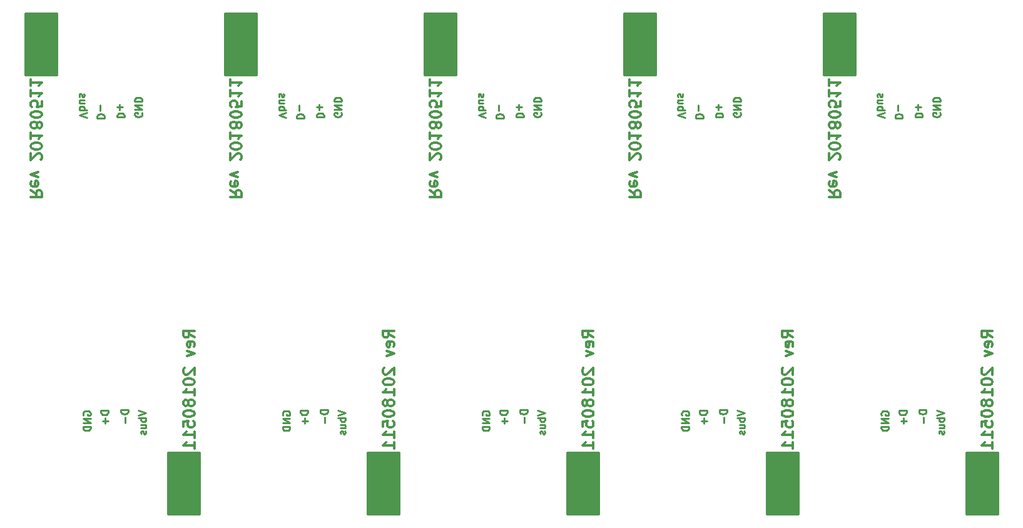
<source format=gbo>
%MOIN*%
%OFA0B0*%
%FSLAX46Y46*%
%IPPOS*%
%LPD*%
%ADD10C,0.011811023622047244*%
%ADD11C,0.00984251968503937*%
%ADD12C,0.01*%
%ADD23C,0.011811023622047244*%
%ADD24C,0.00984251968503937*%
%ADD25C,0.01*%
%ADD26C,0.011811023622047244*%
%ADD27C,0.00984251968503937*%
%ADD28C,0.01*%
%ADD29C,0.011811023622047244*%
%ADD30C,0.00984251968503937*%
%ADD31C,0.01*%
%ADD32C,0.011811023622047244*%
%ADD33C,0.00984251968503937*%
%ADD34C,0.01*%
%ADD35C,0.011811023622047244*%
%ADD36C,0.00984251968503937*%
%ADD37C,0.01*%
%ADD38C,0.011811023622047244*%
%ADD39C,0.00984251968503937*%
%ADD40C,0.01*%
%ADD41C,0.011811023622047244*%
%ADD42C,0.00984251968503937*%
%ADD43C,0.01*%
%ADD44C,0.011811023622047244*%
%ADD45C,0.00984251968503937*%
%ADD46C,0.01*%
%ADD47C,0.011811023622047244*%
%ADD48C,0.00984251968503937*%
%ADD49C,0.01*%
G01G01*
D10*
X0001223116Y0001242012D02*
X0001194995Y0001261697D01*
X0001223116Y0001275758D02*
X0001164061Y0001275758D01*
X0001164061Y0001253260D01*
X0001166874Y0001247636D01*
X0001169686Y0001244824D01*
X0001175310Y0001242012D01*
X0001183746Y0001242012D01*
X0001189371Y0001244824D01*
X0001192183Y0001247636D01*
X0001194995Y0001253260D01*
X0001194995Y0001275758D01*
X0001220304Y0001194205D02*
X0001223116Y0001199830D01*
X0001223116Y0001211078D01*
X0001220304Y0001216703D01*
X0001214680Y0001219515D01*
X0001192183Y0001219515D01*
X0001186559Y0001216703D01*
X0001183746Y0001211078D01*
X0001183746Y0001199830D01*
X0001186559Y0001194205D01*
X0001192183Y0001191393D01*
X0001197807Y0001191393D01*
X0001203431Y0001219515D01*
X0001183746Y0001171708D02*
X0001223116Y0001157647D01*
X0001183746Y0001143587D01*
X0001169686Y0001078907D02*
X0001166874Y0001076095D01*
X0001164061Y0001070471D01*
X0001164061Y0001056410D01*
X0001166874Y0001050786D01*
X0001169686Y0001047974D01*
X0001175310Y0001045162D01*
X0001180934Y0001045162D01*
X0001189371Y0001047974D01*
X0001223116Y0001081719D01*
X0001223116Y0001045162D01*
X0001164061Y0001008604D02*
X0001164061Y0001002979D01*
X0001166874Y0000997355D01*
X0001169686Y0000994543D01*
X0001175310Y0000991731D01*
X0001186559Y0000988919D01*
X0001200619Y0000988919D01*
X0001211868Y0000991731D01*
X0001217492Y0000994543D01*
X0001220304Y0000997355D01*
X0001223116Y0001002979D01*
X0001223116Y0001008604D01*
X0001220304Y0001014228D01*
X0001217492Y0001017040D01*
X0001211868Y0001019852D01*
X0001200619Y0001022664D01*
X0001186559Y0001022664D01*
X0001175310Y0001019852D01*
X0001169686Y0001017040D01*
X0001166874Y0001014228D01*
X0001164061Y0001008604D01*
X0001223116Y0000932676D02*
X0001223116Y0000966421D01*
X0001223116Y0000949548D02*
X0001164061Y0000949548D01*
X0001172498Y0000955173D01*
X0001178122Y0000960797D01*
X0001180934Y0000966421D01*
X0001189371Y0000898930D02*
X0001186559Y0000904554D01*
X0001183746Y0000907366D01*
X0001178122Y0000910178D01*
X0001175310Y0000910178D01*
X0001169686Y0000907366D01*
X0001166874Y0000904554D01*
X0001164061Y0000898930D01*
X0001164061Y0000887681D01*
X0001166874Y0000882057D01*
X0001169686Y0000879245D01*
X0001175310Y0000876433D01*
X0001178122Y0000876433D01*
X0001183746Y0000879245D01*
X0001186559Y0000882057D01*
X0001189371Y0000887681D01*
X0001189371Y0000898930D01*
X0001192183Y0000904554D01*
X0001194995Y0000907366D01*
X0001200619Y0000910178D01*
X0001211868Y0000910178D01*
X0001217492Y0000907366D01*
X0001220304Y0000904554D01*
X0001223116Y0000898930D01*
X0001223116Y0000887681D01*
X0001220304Y0000882057D01*
X0001217492Y0000879245D01*
X0001211868Y0000876433D01*
X0001200619Y0000876433D01*
X0001194995Y0000879245D01*
X0001192183Y0000882057D01*
X0001189371Y0000887681D01*
X0001164061Y0000839875D02*
X0001164061Y0000834250D01*
X0001166874Y0000828626D01*
X0001169686Y0000825814D01*
X0001175310Y0000823002D01*
X0001186559Y0000820190D01*
X0001200619Y0000820190D01*
X0001211868Y0000823002D01*
X0001217492Y0000825814D01*
X0001220304Y0000828626D01*
X0001223116Y0000834250D01*
X0001223116Y0000839875D01*
X0001220304Y0000845499D01*
X0001217492Y0000848311D01*
X0001211868Y0000851123D01*
X0001200619Y0000853935D01*
X0001186559Y0000853935D01*
X0001175310Y0000851123D01*
X0001169686Y0000848311D01*
X0001166874Y0000845499D01*
X0001164061Y0000839875D01*
X0001164061Y0000766759D02*
X0001164061Y0000794880D01*
X0001192183Y0000797692D01*
X0001189371Y0000794880D01*
X0001186559Y0000789256D01*
X0001186559Y0000775195D01*
X0001189371Y0000769571D01*
X0001192183Y0000766759D01*
X0001197807Y0000763947D01*
X0001211868Y0000763947D01*
X0001217492Y0000766759D01*
X0001220304Y0000769571D01*
X0001223116Y0000775195D01*
X0001223116Y0000789256D01*
X0001220304Y0000794880D01*
X0001217492Y0000797692D01*
X0001223116Y0000707704D02*
X0001223116Y0000741449D01*
X0001223116Y0000724577D02*
X0001164061Y0000724577D01*
X0001172498Y0000730201D01*
X0001178122Y0000735825D01*
X0001180934Y0000741449D01*
X0001223116Y0000651461D02*
X0001223116Y0000685207D01*
X0001223116Y0000668334D02*
X0001164061Y0000668334D01*
X0001172498Y0000673958D01*
X0001178122Y0000679582D01*
X0001180934Y0000685207D01*
D11*
X0000870274Y0000856628D02*
X0000830904Y0000856628D01*
X0000830904Y0000847254D01*
X0000832779Y0000841629D01*
X0000836529Y0000837880D01*
X0000840278Y0000836005D01*
X0000847777Y0000834130D01*
X0000853401Y0000834130D01*
X0000860900Y0000836005D01*
X0000864650Y0000837880D01*
X0000868400Y0000841629D01*
X0000870274Y0000847254D01*
X0000870274Y0000856628D01*
X0000855276Y0000817257D02*
X0000855276Y0000787261D01*
X0000763975Y0000852297D02*
X0000724605Y0000852297D01*
X0000724605Y0000842923D01*
X0000726480Y0000837299D01*
X0000730229Y0000833549D01*
X0000733979Y0000831674D01*
X0000741478Y0000829800D01*
X0000747102Y0000829800D01*
X0000754601Y0000831674D01*
X0000758351Y0000833549D01*
X0000762100Y0000837299D01*
X0000763975Y0000842923D01*
X0000763975Y0000852297D01*
X0000748977Y0000812927D02*
X0000748977Y0000782931D01*
X0000763975Y0000797929D02*
X0000733979Y0000797929D01*
X0000631992Y0000828319D02*
X0000630117Y0000832068D01*
X0000630117Y0000837692D01*
X0000631992Y0000843317D01*
X0000635741Y0000847066D01*
X0000639491Y0000848941D01*
X0000646990Y0000850816D01*
X0000652614Y0000850816D01*
X0000660113Y0000848941D01*
X0000663863Y0000847066D01*
X0000667612Y0000843317D01*
X0000669487Y0000837692D01*
X0000669487Y0000833943D01*
X0000667612Y0000828319D01*
X0000665737Y0000826444D01*
X0000652614Y0000826444D01*
X0000652614Y0000833943D01*
X0000669487Y0000809571D02*
X0000630117Y0000809571D01*
X0000669487Y0000787074D01*
X0000630117Y0000787074D01*
X0000669487Y0000768326D02*
X0000630117Y0000768326D01*
X0000630117Y0000758952D01*
X0000631992Y0000753328D01*
X0000635741Y0000749578D01*
X0000639491Y0000747704D01*
X0000646990Y0000745829D01*
X0000652614Y0000745829D01*
X0000660113Y0000747704D01*
X0000663863Y0000749578D01*
X0000667612Y0000753328D01*
X0000669487Y0000758952D01*
X0000669487Y0000768326D01*
X0000925392Y0000852766D02*
X0000964762Y0000839642D01*
X0000925392Y0000826519D01*
X0000964762Y0000813395D02*
X0000925392Y0000813395D01*
X0000940391Y0000813395D02*
X0000938516Y0000809646D01*
X0000938516Y0000802147D01*
X0000940391Y0000798397D01*
X0000942265Y0000796523D01*
X0000946015Y0000794648D01*
X0000957263Y0000794648D01*
X0000961013Y0000796523D01*
X0000962888Y0000798397D01*
X0000964762Y0000802147D01*
X0000964762Y0000809646D01*
X0000962888Y0000813395D01*
X0000938516Y0000760902D02*
X0000964762Y0000760902D01*
X0000938516Y0000777775D02*
X0000959138Y0000777775D01*
X0000962888Y0000775900D01*
X0000964762Y0000772151D01*
X0000964762Y0000766526D01*
X0000962888Y0000762777D01*
X0000961013Y0000760902D01*
X0000962888Y0000744029D02*
X0000964762Y0000740280D01*
X0000964762Y0000732781D01*
X0000962888Y0000729031D01*
X0000959138Y0000727156D01*
X0000957263Y0000727156D01*
X0000953514Y0000729031D01*
X0000951639Y0000732781D01*
X0000951639Y0000738405D01*
X0000949764Y0000742154D01*
X0000946015Y0000744029D01*
X0000944140Y0000744029D01*
X0000940391Y0000742154D01*
X0000938516Y0000738405D01*
X0000938516Y0000732781D01*
X0000940391Y0000729031D01*
D12*
G36*
X0001252401Y0000299015D02*
X0001082401Y0000299015D01*
X0001082401Y0000629015D01*
X0001252401Y0000629015D01*
X0001252401Y0000299015D01*
X0001252401Y0000299015D01*
G37*
X0001252401Y0000299015D02*
X0001082401Y0000299015D01*
X0001082401Y0000629015D01*
X0001252401Y0000629015D01*
X0001252401Y0000299015D01*
G04 next file*
G04 Gerber Fmt 4.6, Leading zero omitted, Abs format (unit mm)*
G04 Created by KiCad (PCBNEW (5.0.0-rc2-dev-707-g2ed24a4)) date Friday, 18 May 2018 at 19:07:10*
G01G01*
G04 APERTURE LIST*
G04 APERTURE END LIST*
D23*
X0001414678Y0002025704D02*
X0001442799Y0002006019D01*
X0001414678Y0001991958D02*
X0001473733Y0001991958D01*
X0001473733Y0002014455D01*
X0001470921Y0002020079D01*
X0001468109Y0002022892D01*
X0001462484Y0002025704D01*
X0001454048Y0002025704D01*
X0001448424Y0002022892D01*
X0001445611Y0002020079D01*
X0001442799Y0002014455D01*
X0001442799Y0001991958D01*
X0001417490Y0002073510D02*
X0001414678Y0002067886D01*
X0001414678Y0002056637D01*
X0001417490Y0002051013D01*
X0001423114Y0002048201D01*
X0001445611Y0002048201D01*
X0001451236Y0002051013D01*
X0001454048Y0002056637D01*
X0001454048Y0002067886D01*
X0001451236Y0002073510D01*
X0001445611Y0002076322D01*
X0001439987Y0002076322D01*
X0001434363Y0002048201D01*
X0001454048Y0002096007D02*
X0001414678Y0002110068D01*
X0001454048Y0002124129D01*
X0001468109Y0002188808D02*
X0001470921Y0002191620D01*
X0001473733Y0002197245D01*
X0001473733Y0002211305D01*
X0001470921Y0002216930D01*
X0001468109Y0002219742D01*
X0001462484Y0002222554D01*
X0001456860Y0002222554D01*
X0001448424Y0002219742D01*
X0001414678Y0002185996D01*
X0001414678Y0002222554D01*
X0001473733Y0002259112D02*
X0001473733Y0002264736D01*
X0001470921Y0002270361D01*
X0001468109Y0002273173D01*
X0001462484Y0002275985D01*
X0001451236Y0002278797D01*
X0001437175Y0002278797D01*
X0001425926Y0002275985D01*
X0001420302Y0002273173D01*
X0001417490Y0002270361D01*
X0001414678Y0002264736D01*
X0001414678Y0002259112D01*
X0001417490Y0002253488D01*
X0001420302Y0002250675D01*
X0001425926Y0002247863D01*
X0001437175Y0002245051D01*
X0001451236Y0002245051D01*
X0001462484Y0002247863D01*
X0001468109Y0002250675D01*
X0001470921Y0002253488D01*
X0001473733Y0002259112D01*
X0001414678Y0002335040D02*
X0001414678Y0002301294D01*
X0001414678Y0002318167D02*
X0001473733Y0002318167D01*
X0001465296Y0002312543D01*
X0001459672Y0002306918D01*
X0001456860Y0002301294D01*
X0001448424Y0002368786D02*
X0001451236Y0002363161D01*
X0001454048Y0002360349D01*
X0001459672Y0002357537D01*
X0001462484Y0002357537D01*
X0001468109Y0002360349D01*
X0001470921Y0002363161D01*
X0001473733Y0002368786D01*
X0001473733Y0002380034D01*
X0001470921Y0002385659D01*
X0001468109Y0002388471D01*
X0001462484Y0002391283D01*
X0001459672Y0002391283D01*
X0001454048Y0002388471D01*
X0001451236Y0002385659D01*
X0001448424Y0002380034D01*
X0001448424Y0002368786D01*
X0001445611Y0002363161D01*
X0001442799Y0002360349D01*
X0001437175Y0002357537D01*
X0001425926Y0002357537D01*
X0001420302Y0002360349D01*
X0001417490Y0002363161D01*
X0001414678Y0002368786D01*
X0001414678Y0002380034D01*
X0001417490Y0002385659D01*
X0001420302Y0002388471D01*
X0001425926Y0002391283D01*
X0001437175Y0002391283D01*
X0001442799Y0002388471D01*
X0001445611Y0002385659D01*
X0001448424Y0002380034D01*
X0001473733Y0002427841D02*
X0001473733Y0002433465D01*
X0001470921Y0002439089D01*
X0001468109Y0002441902D01*
X0001462484Y0002444714D01*
X0001451236Y0002447526D01*
X0001437175Y0002447526D01*
X0001425926Y0002444714D01*
X0001420302Y0002441902D01*
X0001417490Y0002439089D01*
X0001414678Y0002433465D01*
X0001414678Y0002427841D01*
X0001417490Y0002422217D01*
X0001420302Y0002419404D01*
X0001425926Y0002416592D01*
X0001437175Y0002413780D01*
X0001451236Y0002413780D01*
X0001462484Y0002416592D01*
X0001468109Y0002419404D01*
X0001470921Y0002422217D01*
X0001473733Y0002427841D01*
X0001473733Y0002500957D02*
X0001473733Y0002472835D01*
X0001445611Y0002470023D01*
X0001448424Y0002472835D01*
X0001451236Y0002478460D01*
X0001451236Y0002492520D01*
X0001448424Y0002498145D01*
X0001445611Y0002500957D01*
X0001439987Y0002503769D01*
X0001425926Y0002503769D01*
X0001420302Y0002500957D01*
X0001417490Y0002498145D01*
X0001414678Y0002492520D01*
X0001414678Y0002478460D01*
X0001417490Y0002472835D01*
X0001420302Y0002470023D01*
X0001414678Y0002560012D02*
X0001414678Y0002526266D01*
X0001414678Y0002543139D02*
X0001473733Y0002543139D01*
X0001465296Y0002537515D01*
X0001459672Y0002531890D01*
X0001456860Y0002526266D01*
X0001414678Y0002616255D02*
X0001414678Y0002582509D01*
X0001414678Y0002599382D02*
X0001473733Y0002599382D01*
X0001465296Y0002593758D01*
X0001459672Y0002588133D01*
X0001456860Y0002582509D01*
D24*
X0001767520Y0002411088D02*
X0001806890Y0002411088D01*
X0001806890Y0002420462D01*
X0001805015Y0002426086D01*
X0001801266Y0002429836D01*
X0001797516Y0002431710D01*
X0001790017Y0002433585D01*
X0001784393Y0002433585D01*
X0001776894Y0002431710D01*
X0001773144Y0002429836D01*
X0001769395Y0002426086D01*
X0001767520Y0002420462D01*
X0001767520Y0002411088D01*
X0001782518Y0002450458D02*
X0001782518Y0002480454D01*
X0001873819Y0002415419D02*
X0001913189Y0002415419D01*
X0001913189Y0002424792D01*
X0001911314Y0002430417D01*
X0001907565Y0002434166D01*
X0001903815Y0002436041D01*
X0001896316Y0002437916D01*
X0001890692Y0002437916D01*
X0001883193Y0002436041D01*
X0001879443Y0002434166D01*
X0001875694Y0002430417D01*
X0001873819Y0002424792D01*
X0001873819Y0002415419D01*
X0001888817Y0002454789D02*
X0001888817Y0002484785D01*
X0001873819Y0002469787D02*
X0001903815Y0002469787D01*
X0002005803Y0002439397D02*
X0002007677Y0002435647D01*
X0002007677Y0002430023D01*
X0002005803Y0002424399D01*
X0002002053Y0002420649D01*
X0001998304Y0002418775D01*
X0001990805Y0002416900D01*
X0001985180Y0002416900D01*
X0001977681Y0002418775D01*
X0001973932Y0002420649D01*
X0001970182Y0002424399D01*
X0001968307Y0002430023D01*
X0001968307Y0002433773D01*
X0001970182Y0002439397D01*
X0001972057Y0002441272D01*
X0001985180Y0002441272D01*
X0001985180Y0002433773D01*
X0001968307Y0002458145D02*
X0002007677Y0002458145D01*
X0001968307Y0002480642D01*
X0002007677Y0002480642D01*
X0001968307Y0002499389D02*
X0002007677Y0002499389D01*
X0002007677Y0002508763D01*
X0002005803Y0002514388D01*
X0002002053Y0002518137D01*
X0001998304Y0002520012D01*
X0001990805Y0002521887D01*
X0001985180Y0002521887D01*
X0001977681Y0002520012D01*
X0001973932Y0002518137D01*
X0001970182Y0002514388D01*
X0001968307Y0002508763D01*
X0001968307Y0002499389D01*
X0001712402Y0002414950D02*
X0001673032Y0002428073D01*
X0001712402Y0002441197D01*
X0001673032Y0002454320D02*
X0001712402Y0002454320D01*
X0001697404Y0002454320D02*
X0001699278Y0002458070D01*
X0001699278Y0002465569D01*
X0001697404Y0002469318D01*
X0001695529Y0002471193D01*
X0001691779Y0002473068D01*
X0001680531Y0002473068D01*
X0001676781Y0002471193D01*
X0001674907Y0002469318D01*
X0001673032Y0002465569D01*
X0001673032Y0002458070D01*
X0001674907Y0002454320D01*
X0001699278Y0002506814D02*
X0001673032Y0002506814D01*
X0001699278Y0002489941D02*
X0001678656Y0002489941D01*
X0001674907Y0002491815D01*
X0001673032Y0002495565D01*
X0001673032Y0002501189D01*
X0001674907Y0002504939D01*
X0001676781Y0002506814D01*
X0001674907Y0002523686D02*
X0001673032Y0002527436D01*
X0001673032Y0002534935D01*
X0001674907Y0002538685D01*
X0001678656Y0002540559D01*
X0001680531Y0002540559D01*
X0001684280Y0002538685D01*
X0001686155Y0002534935D01*
X0001686155Y0002529311D01*
X0001688030Y0002525561D01*
X0001691779Y0002523686D01*
X0001693654Y0002523686D01*
X0001697404Y0002525561D01*
X0001699278Y0002529311D01*
X0001699278Y0002534935D01*
X0001697404Y0002538685D01*
D25*
G36*
X0001385393Y0002968700D02*
X0001555393Y0002968700D01*
X0001555393Y0002638700D01*
X0001385393Y0002638700D01*
X0001385393Y0002968700D01*
X0001385393Y0002968700D01*
G37*
X0001385393Y0002968700D02*
X0001555393Y0002968700D01*
X0001555393Y0002638700D01*
X0001385393Y0002638700D01*
X0001385393Y0002968700D01*
G04 next file*
G04 Gerber Fmt 4.6, Leading zero omitted, Abs format (unit mm)*
G04 Created by KiCad (PCBNEW (5.0.0-rc2-dev-707-g2ed24a4)) date Friday, 18 May 2018 at 19:07:10*
G01G01*
G04 APERTURE LIST*
G04 APERTURE END LIST*
D26*
X0002286109Y0001242012D02*
X0002257987Y0001261697D01*
X0002286109Y0001275758D02*
X0002227053Y0001275758D01*
X0002227053Y0001253260D01*
X0002229866Y0001247636D01*
X0002232678Y0001244824D01*
X0002238302Y0001242012D01*
X0002246739Y0001242012D01*
X0002252363Y0001244824D01*
X0002255175Y0001247636D01*
X0002257987Y0001253260D01*
X0002257987Y0001275758D01*
X0002283296Y0001194205D02*
X0002286109Y0001199830D01*
X0002286109Y0001211078D01*
X0002283296Y0001216703D01*
X0002277672Y0001219515D01*
X0002255175Y0001219515D01*
X0002249551Y0001216703D01*
X0002246739Y0001211078D01*
X0002246739Y0001199830D01*
X0002249551Y0001194205D01*
X0002255175Y0001191393D01*
X0002260799Y0001191393D01*
X0002266424Y0001219515D01*
X0002246739Y0001171708D02*
X0002286109Y0001157647D01*
X0002246739Y0001143587D01*
X0002232678Y0001078907D02*
X0002229866Y0001076095D01*
X0002227053Y0001070471D01*
X0002227053Y0001056410D01*
X0002229866Y0001050786D01*
X0002232678Y0001047974D01*
X0002238302Y0001045162D01*
X0002243926Y0001045162D01*
X0002252363Y0001047974D01*
X0002286109Y0001081719D01*
X0002286109Y0001045162D01*
X0002227053Y0001008604D02*
X0002227053Y0001002979D01*
X0002229866Y0000997355D01*
X0002232678Y0000994543D01*
X0002238302Y0000991731D01*
X0002249551Y0000988919D01*
X0002263611Y0000988919D01*
X0002274860Y0000991731D01*
X0002280484Y0000994543D01*
X0002283296Y0000997355D01*
X0002286109Y0001002979D01*
X0002286109Y0001008604D01*
X0002283296Y0001014228D01*
X0002280484Y0001017040D01*
X0002274860Y0001019852D01*
X0002263611Y0001022664D01*
X0002249551Y0001022664D01*
X0002238302Y0001019852D01*
X0002232678Y0001017040D01*
X0002229866Y0001014228D01*
X0002227053Y0001008604D01*
X0002286109Y0000932676D02*
X0002286109Y0000966421D01*
X0002286109Y0000949548D02*
X0002227053Y0000949548D01*
X0002235490Y0000955173D01*
X0002241114Y0000960797D01*
X0002243926Y0000966421D01*
X0002252363Y0000898930D02*
X0002249551Y0000904554D01*
X0002246739Y0000907366D01*
X0002241114Y0000910178D01*
X0002238302Y0000910178D01*
X0002232678Y0000907366D01*
X0002229866Y0000904554D01*
X0002227053Y0000898930D01*
X0002227053Y0000887681D01*
X0002229866Y0000882057D01*
X0002232678Y0000879245D01*
X0002238302Y0000876433D01*
X0002241114Y0000876433D01*
X0002246739Y0000879245D01*
X0002249551Y0000882057D01*
X0002252363Y0000887681D01*
X0002252363Y0000898930D01*
X0002255175Y0000904554D01*
X0002257987Y0000907366D01*
X0002263611Y0000910178D01*
X0002274860Y0000910178D01*
X0002280484Y0000907366D01*
X0002283296Y0000904554D01*
X0002286109Y0000898930D01*
X0002286109Y0000887681D01*
X0002283296Y0000882057D01*
X0002280484Y0000879245D01*
X0002274860Y0000876433D01*
X0002263611Y0000876433D01*
X0002257987Y0000879245D01*
X0002255175Y0000882057D01*
X0002252363Y0000887681D01*
X0002227053Y0000839875D02*
X0002227053Y0000834250D01*
X0002229866Y0000828626D01*
X0002232678Y0000825814D01*
X0002238302Y0000823002D01*
X0002249551Y0000820190D01*
X0002263611Y0000820190D01*
X0002274860Y0000823002D01*
X0002280484Y0000825814D01*
X0002283296Y0000828626D01*
X0002286109Y0000834250D01*
X0002286109Y0000839875D01*
X0002283296Y0000845499D01*
X0002280484Y0000848311D01*
X0002274860Y0000851123D01*
X0002263611Y0000853935D01*
X0002249551Y0000853935D01*
X0002238302Y0000851123D01*
X0002232678Y0000848311D01*
X0002229866Y0000845499D01*
X0002227053Y0000839875D01*
X0002227053Y0000766759D02*
X0002227053Y0000794880D01*
X0002255175Y0000797692D01*
X0002252363Y0000794880D01*
X0002249551Y0000789256D01*
X0002249551Y0000775195D01*
X0002252363Y0000769571D01*
X0002255175Y0000766759D01*
X0002260799Y0000763947D01*
X0002274860Y0000763947D01*
X0002280484Y0000766759D01*
X0002283296Y0000769571D01*
X0002286109Y0000775195D01*
X0002286109Y0000789256D01*
X0002283296Y0000794880D01*
X0002280484Y0000797692D01*
X0002286109Y0000707704D02*
X0002286109Y0000741449D01*
X0002286109Y0000724577D02*
X0002227053Y0000724577D01*
X0002235490Y0000730201D01*
X0002241114Y0000735825D01*
X0002243926Y0000741449D01*
X0002286109Y0000651461D02*
X0002286109Y0000685207D01*
X0002286109Y0000668334D02*
X0002227053Y0000668334D01*
X0002235490Y0000673958D01*
X0002241114Y0000679582D01*
X0002243926Y0000685207D01*
D27*
X0001933266Y0000856628D02*
X0001893896Y0000856628D01*
X0001893896Y0000847254D01*
X0001895771Y0000841629D01*
X0001899521Y0000837880D01*
X0001903270Y0000836005D01*
X0001910769Y0000834130D01*
X0001916394Y0000834130D01*
X0001923893Y0000836005D01*
X0001927642Y0000837880D01*
X0001931392Y0000841629D01*
X0001933266Y0000847254D01*
X0001933266Y0000856628D01*
X0001918268Y0000817257D02*
X0001918268Y0000787261D01*
X0001826967Y0000852297D02*
X0001787597Y0000852297D01*
X0001787597Y0000842923D01*
X0001789472Y0000837299D01*
X0001793221Y0000833549D01*
X0001796971Y0000831674D01*
X0001804470Y0000829800D01*
X0001810094Y0000829800D01*
X0001817593Y0000831674D01*
X0001821343Y0000833549D01*
X0001825092Y0000837299D01*
X0001826967Y0000842923D01*
X0001826967Y0000852297D01*
X0001811969Y0000812927D02*
X0001811969Y0000782931D01*
X0001826967Y0000797929D02*
X0001796971Y0000797929D01*
X0001694984Y0000828319D02*
X0001693109Y0000832068D01*
X0001693109Y0000837692D01*
X0001694984Y0000843317D01*
X0001698733Y0000847066D01*
X0001702483Y0000848941D01*
X0001709982Y0000850816D01*
X0001715606Y0000850816D01*
X0001723105Y0000848941D01*
X0001726855Y0000847066D01*
X0001730604Y0000843317D01*
X0001732479Y0000837692D01*
X0001732479Y0000833943D01*
X0001730604Y0000828319D01*
X0001728730Y0000826444D01*
X0001715606Y0000826444D01*
X0001715606Y0000833943D01*
X0001732479Y0000809571D02*
X0001693109Y0000809571D01*
X0001732479Y0000787074D01*
X0001693109Y0000787074D01*
X0001732479Y0000768326D02*
X0001693109Y0000768326D01*
X0001693109Y0000758952D01*
X0001694984Y0000753328D01*
X0001698733Y0000749578D01*
X0001702483Y0000747704D01*
X0001709982Y0000745829D01*
X0001715606Y0000745829D01*
X0001723105Y0000747704D01*
X0001726855Y0000749578D01*
X0001730604Y0000753328D01*
X0001732479Y0000758952D01*
X0001732479Y0000768326D01*
X0001988385Y0000852766D02*
X0002027755Y0000839642D01*
X0001988385Y0000826519D01*
X0002027755Y0000813395D02*
X0001988385Y0000813395D01*
X0002003383Y0000813395D02*
X0002001508Y0000809646D01*
X0002001508Y0000802147D01*
X0002003383Y0000798397D01*
X0002005257Y0000796523D01*
X0002009007Y0000794648D01*
X0002020256Y0000794648D01*
X0002024005Y0000796523D01*
X0002025880Y0000798397D01*
X0002027755Y0000802147D01*
X0002027755Y0000809646D01*
X0002025880Y0000813395D01*
X0002001508Y0000760902D02*
X0002027755Y0000760902D01*
X0002001508Y0000777775D02*
X0002022130Y0000777775D01*
X0002025880Y0000775900D01*
X0002027755Y0000772151D01*
X0002027755Y0000766526D01*
X0002025880Y0000762777D01*
X0002024005Y0000760902D01*
X0002025880Y0000744029D02*
X0002027755Y0000740280D01*
X0002027755Y0000732781D01*
X0002025880Y0000729031D01*
X0002022130Y0000727156D01*
X0002020256Y0000727156D01*
X0002016506Y0000729031D01*
X0002014631Y0000732781D01*
X0002014631Y0000738405D01*
X0002012757Y0000742154D01*
X0002009007Y0000744029D01*
X0002007132Y0000744029D01*
X0002003383Y0000742154D01*
X0002001508Y0000738405D01*
X0002001508Y0000732781D01*
X0002003383Y0000729031D01*
D28*
G36*
X0002315393Y0000299015D02*
X0002145393Y0000299015D01*
X0002145393Y0000629015D01*
X0002315393Y0000629015D01*
X0002315393Y0000299015D01*
X0002315393Y0000299015D01*
G37*
X0002315393Y0000299015D02*
X0002145393Y0000299015D01*
X0002145393Y0000629015D01*
X0002315393Y0000629015D01*
X0002315393Y0000299015D01*
G04 next file*
G04 Gerber Fmt 4.6, Leading zero omitted, Abs format (unit mm)*
G04 Created by KiCad (PCBNEW (5.0.0-rc2-dev-707-g2ed24a4)) date Friday, 18 May 2018 at 19:07:10*
G01G01*
G04 APERTURE LIST*
G04 APERTURE END LIST*
D29*
X0000351686Y0002025704D02*
X0000379807Y0002006019D01*
X0000351686Y0001991958D02*
X0000410741Y0001991958D01*
X0000410741Y0002014455D01*
X0000407929Y0002020079D01*
X0000405117Y0002022892D01*
X0000399492Y0002025704D01*
X0000391056Y0002025704D01*
X0000385431Y0002022892D01*
X0000382619Y0002020079D01*
X0000379807Y0002014455D01*
X0000379807Y0001991958D01*
X0000354498Y0002073510D02*
X0000351686Y0002067886D01*
X0000351686Y0002056637D01*
X0000354498Y0002051013D01*
X0000360122Y0002048201D01*
X0000382619Y0002048201D01*
X0000388244Y0002051013D01*
X0000391056Y0002056637D01*
X0000391056Y0002067886D01*
X0000388244Y0002073510D01*
X0000382619Y0002076322D01*
X0000376995Y0002076322D01*
X0000371371Y0002048201D01*
X0000391056Y0002096007D02*
X0000351686Y0002110068D01*
X0000391056Y0002124129D01*
X0000405117Y0002188808D02*
X0000407929Y0002191620D01*
X0000410741Y0002197245D01*
X0000410741Y0002211305D01*
X0000407929Y0002216930D01*
X0000405117Y0002219742D01*
X0000399492Y0002222554D01*
X0000393868Y0002222554D01*
X0000385431Y0002219742D01*
X0000351686Y0002185996D01*
X0000351686Y0002222554D01*
X0000410741Y0002259112D02*
X0000410741Y0002264736D01*
X0000407929Y0002270361D01*
X0000405117Y0002273173D01*
X0000399492Y0002275985D01*
X0000388244Y0002278797D01*
X0000374183Y0002278797D01*
X0000362934Y0002275985D01*
X0000357310Y0002273173D01*
X0000354498Y0002270361D01*
X0000351686Y0002264736D01*
X0000351686Y0002259112D01*
X0000354498Y0002253488D01*
X0000357310Y0002250675D01*
X0000362934Y0002247863D01*
X0000374183Y0002245051D01*
X0000388244Y0002245051D01*
X0000399492Y0002247863D01*
X0000405117Y0002250675D01*
X0000407929Y0002253488D01*
X0000410741Y0002259112D01*
X0000351686Y0002335040D02*
X0000351686Y0002301294D01*
X0000351686Y0002318167D02*
X0000410741Y0002318167D01*
X0000402304Y0002312543D01*
X0000396680Y0002306918D01*
X0000393868Y0002301294D01*
X0000385431Y0002368786D02*
X0000388244Y0002363161D01*
X0000391056Y0002360349D01*
X0000396680Y0002357537D01*
X0000399492Y0002357537D01*
X0000405117Y0002360349D01*
X0000407929Y0002363161D01*
X0000410741Y0002368786D01*
X0000410741Y0002380034D01*
X0000407929Y0002385659D01*
X0000405117Y0002388471D01*
X0000399492Y0002391283D01*
X0000396680Y0002391283D01*
X0000391056Y0002388471D01*
X0000388244Y0002385659D01*
X0000385431Y0002380034D01*
X0000385431Y0002368786D01*
X0000382619Y0002363161D01*
X0000379807Y0002360349D01*
X0000374183Y0002357537D01*
X0000362934Y0002357537D01*
X0000357310Y0002360349D01*
X0000354498Y0002363161D01*
X0000351686Y0002368786D01*
X0000351686Y0002380034D01*
X0000354498Y0002385659D01*
X0000357310Y0002388471D01*
X0000362934Y0002391283D01*
X0000374183Y0002391283D01*
X0000379807Y0002388471D01*
X0000382619Y0002385659D01*
X0000385431Y0002380034D01*
X0000410741Y0002427841D02*
X0000410741Y0002433465D01*
X0000407929Y0002439089D01*
X0000405117Y0002441902D01*
X0000399492Y0002444714D01*
X0000388244Y0002447526D01*
X0000374183Y0002447526D01*
X0000362934Y0002444714D01*
X0000357310Y0002441902D01*
X0000354498Y0002439089D01*
X0000351686Y0002433465D01*
X0000351686Y0002427841D01*
X0000354498Y0002422217D01*
X0000357310Y0002419404D01*
X0000362934Y0002416592D01*
X0000374183Y0002413780D01*
X0000388244Y0002413780D01*
X0000399492Y0002416592D01*
X0000405117Y0002419404D01*
X0000407929Y0002422217D01*
X0000410741Y0002427841D01*
X0000410741Y0002500957D02*
X0000410741Y0002472835D01*
X0000382619Y0002470023D01*
X0000385431Y0002472835D01*
X0000388244Y0002478460D01*
X0000388244Y0002492520D01*
X0000385431Y0002498145D01*
X0000382619Y0002500957D01*
X0000376995Y0002503769D01*
X0000362934Y0002503769D01*
X0000357310Y0002500957D01*
X0000354498Y0002498145D01*
X0000351686Y0002492520D01*
X0000351686Y0002478460D01*
X0000354498Y0002472835D01*
X0000357310Y0002470023D01*
X0000351686Y0002560012D02*
X0000351686Y0002526266D01*
X0000351686Y0002543139D02*
X0000410741Y0002543139D01*
X0000402304Y0002537515D01*
X0000396680Y0002531890D01*
X0000393868Y0002526266D01*
X0000351686Y0002616255D02*
X0000351686Y0002582509D01*
X0000351686Y0002599382D02*
X0000410741Y0002599382D01*
X0000402304Y0002593758D01*
X0000396680Y0002588133D01*
X0000393868Y0002582509D01*
D30*
X0000704528Y0002411088D02*
X0000743898Y0002411088D01*
X0000743898Y0002420462D01*
X0000742023Y0002426086D01*
X0000738274Y0002429836D01*
X0000734524Y0002431710D01*
X0000727025Y0002433585D01*
X0000721401Y0002433585D01*
X0000713902Y0002431710D01*
X0000710152Y0002429836D01*
X0000706403Y0002426086D01*
X0000704528Y0002420462D01*
X0000704528Y0002411088D01*
X0000719526Y0002450458D02*
X0000719526Y0002480454D01*
X0000810827Y0002415419D02*
X0000850197Y0002415419D01*
X0000850197Y0002424792D01*
X0000848322Y0002430417D01*
X0000844573Y0002434166D01*
X0000840823Y0002436041D01*
X0000833324Y0002437916D01*
X0000827700Y0002437916D01*
X0000820201Y0002436041D01*
X0000816451Y0002434166D01*
X0000812702Y0002430417D01*
X0000810827Y0002424792D01*
X0000810827Y0002415419D01*
X0000825825Y0002454789D02*
X0000825825Y0002484785D01*
X0000810827Y0002469787D02*
X0000840823Y0002469787D01*
X0000942811Y0002439397D02*
X0000944685Y0002435647D01*
X0000944685Y0002430023D01*
X0000942811Y0002424399D01*
X0000939061Y0002420649D01*
X0000935311Y0002418775D01*
X0000927812Y0002416900D01*
X0000922188Y0002416900D01*
X0000914689Y0002418775D01*
X0000910940Y0002420649D01*
X0000907190Y0002424399D01*
X0000905315Y0002430023D01*
X0000905315Y0002433773D01*
X0000907190Y0002439397D01*
X0000909065Y0002441272D01*
X0000922188Y0002441272D01*
X0000922188Y0002433773D01*
X0000905315Y0002458145D02*
X0000944685Y0002458145D01*
X0000905315Y0002480642D01*
X0000944685Y0002480642D01*
X0000905315Y0002499389D02*
X0000944685Y0002499389D01*
X0000944685Y0002508763D01*
X0000942811Y0002514388D01*
X0000939061Y0002518137D01*
X0000935311Y0002520012D01*
X0000927812Y0002521887D01*
X0000922188Y0002521887D01*
X0000914689Y0002520012D01*
X0000910940Y0002518137D01*
X0000907190Y0002514388D01*
X0000905315Y0002508763D01*
X0000905315Y0002499389D01*
X0000649410Y0002414950D02*
X0000610040Y0002428073D01*
X0000649410Y0002441197D01*
X0000610040Y0002454320D02*
X0000649410Y0002454320D01*
X0000634412Y0002454320D02*
X0000636286Y0002458070D01*
X0000636286Y0002465569D01*
X0000634412Y0002469318D01*
X0000632537Y0002471193D01*
X0000628787Y0002473068D01*
X0000617539Y0002473068D01*
X0000613789Y0002471193D01*
X0000611914Y0002469318D01*
X0000610040Y0002465569D01*
X0000610040Y0002458070D01*
X0000611914Y0002454320D01*
X0000636286Y0002506814D02*
X0000610040Y0002506814D01*
X0000636286Y0002489941D02*
X0000615664Y0002489941D01*
X0000611914Y0002491815D01*
X0000610040Y0002495565D01*
X0000610040Y0002501189D01*
X0000611914Y0002504939D01*
X0000613789Y0002506814D01*
X0000611914Y0002523686D02*
X0000610040Y0002527436D01*
X0000610040Y0002534935D01*
X0000611914Y0002538685D01*
X0000615664Y0002540559D01*
X0000617539Y0002540559D01*
X0000621288Y0002538685D01*
X0000623163Y0002534935D01*
X0000623163Y0002529311D01*
X0000625038Y0002525561D01*
X0000628787Y0002523686D01*
X0000630662Y0002523686D01*
X0000634412Y0002525561D01*
X0000636286Y0002529311D01*
X0000636286Y0002534935D01*
X0000634412Y0002538685D01*
D31*
G36*
X0000322401Y0002968700D02*
X0000492401Y0002968700D01*
X0000492401Y0002638700D01*
X0000322401Y0002638700D01*
X0000322401Y0002968700D01*
X0000322401Y0002968700D01*
G37*
X0000322401Y0002968700D02*
X0000492401Y0002968700D01*
X0000492401Y0002638700D01*
X0000322401Y0002638700D01*
X0000322401Y0002968700D01*
G04 next file*
G04 Gerber Fmt 4.6, Leading zero omitted, Abs format (unit mm)*
G04 Created by KiCad (PCBNEW (5.0.0-rc2-dev-707-g2ed24a4)) date Friday, 18 May 2018 at 19:07:10*
G01G01*
G04 APERTURE LIST*
G04 APERTURE END LIST*
D32*
X0002477670Y0002025704D02*
X0002505791Y0002006019D01*
X0002477670Y0001991958D02*
X0002536725Y0001991958D01*
X0002536725Y0002014455D01*
X0002533913Y0002020079D01*
X0002531101Y0002022892D01*
X0002525476Y0002025704D01*
X0002517040Y0002025704D01*
X0002511416Y0002022892D01*
X0002508604Y0002020079D01*
X0002505791Y0002014455D01*
X0002505791Y0001991958D01*
X0002480482Y0002073510D02*
X0002477670Y0002067886D01*
X0002477670Y0002056637D01*
X0002480482Y0002051013D01*
X0002486106Y0002048201D01*
X0002508604Y0002048201D01*
X0002514228Y0002051013D01*
X0002517040Y0002056637D01*
X0002517040Y0002067886D01*
X0002514228Y0002073510D01*
X0002508604Y0002076322D01*
X0002502979Y0002076322D01*
X0002497355Y0002048201D01*
X0002517040Y0002096007D02*
X0002477670Y0002110068D01*
X0002517040Y0002124129D01*
X0002531101Y0002188808D02*
X0002533913Y0002191620D01*
X0002536725Y0002197245D01*
X0002536725Y0002211305D01*
X0002533913Y0002216930D01*
X0002531101Y0002219742D01*
X0002525476Y0002222554D01*
X0002519852Y0002222554D01*
X0002511416Y0002219742D01*
X0002477670Y0002185996D01*
X0002477670Y0002222554D01*
X0002536725Y0002259112D02*
X0002536725Y0002264736D01*
X0002533913Y0002270361D01*
X0002531101Y0002273173D01*
X0002525476Y0002275985D01*
X0002514228Y0002278797D01*
X0002500167Y0002278797D01*
X0002488919Y0002275985D01*
X0002483294Y0002273173D01*
X0002480482Y0002270361D01*
X0002477670Y0002264736D01*
X0002477670Y0002259112D01*
X0002480482Y0002253488D01*
X0002483294Y0002250675D01*
X0002488919Y0002247863D01*
X0002500167Y0002245051D01*
X0002514228Y0002245051D01*
X0002525476Y0002247863D01*
X0002531101Y0002250675D01*
X0002533913Y0002253488D01*
X0002536725Y0002259112D01*
X0002477670Y0002335040D02*
X0002477670Y0002301294D01*
X0002477670Y0002318167D02*
X0002536725Y0002318167D01*
X0002528289Y0002312543D01*
X0002522664Y0002306918D01*
X0002519852Y0002301294D01*
X0002511416Y0002368786D02*
X0002514228Y0002363161D01*
X0002517040Y0002360349D01*
X0002522664Y0002357537D01*
X0002525476Y0002357537D01*
X0002531101Y0002360349D01*
X0002533913Y0002363161D01*
X0002536725Y0002368786D01*
X0002536725Y0002380034D01*
X0002533913Y0002385659D01*
X0002531101Y0002388471D01*
X0002525476Y0002391283D01*
X0002522664Y0002391283D01*
X0002517040Y0002388471D01*
X0002514228Y0002385659D01*
X0002511416Y0002380034D01*
X0002511416Y0002368786D01*
X0002508604Y0002363161D01*
X0002505791Y0002360349D01*
X0002500167Y0002357537D01*
X0002488919Y0002357537D01*
X0002483294Y0002360349D01*
X0002480482Y0002363161D01*
X0002477670Y0002368786D01*
X0002477670Y0002380034D01*
X0002480482Y0002385659D01*
X0002483294Y0002388471D01*
X0002488919Y0002391283D01*
X0002500167Y0002391283D01*
X0002505791Y0002388471D01*
X0002508604Y0002385659D01*
X0002511416Y0002380034D01*
X0002536725Y0002427841D02*
X0002536725Y0002433465D01*
X0002533913Y0002439089D01*
X0002531101Y0002441902D01*
X0002525476Y0002444714D01*
X0002514228Y0002447526D01*
X0002500167Y0002447526D01*
X0002488919Y0002444714D01*
X0002483294Y0002441902D01*
X0002480482Y0002439089D01*
X0002477670Y0002433465D01*
X0002477670Y0002427841D01*
X0002480482Y0002422217D01*
X0002483294Y0002419404D01*
X0002488919Y0002416592D01*
X0002500167Y0002413780D01*
X0002514228Y0002413780D01*
X0002525476Y0002416592D01*
X0002531101Y0002419404D01*
X0002533913Y0002422217D01*
X0002536725Y0002427841D01*
X0002536725Y0002500957D02*
X0002536725Y0002472835D01*
X0002508604Y0002470023D01*
X0002511416Y0002472835D01*
X0002514228Y0002478460D01*
X0002514228Y0002492520D01*
X0002511416Y0002498145D01*
X0002508604Y0002500957D01*
X0002502979Y0002503769D01*
X0002488919Y0002503769D01*
X0002483294Y0002500957D01*
X0002480482Y0002498145D01*
X0002477670Y0002492520D01*
X0002477670Y0002478460D01*
X0002480482Y0002472835D01*
X0002483294Y0002470023D01*
X0002477670Y0002560012D02*
X0002477670Y0002526266D01*
X0002477670Y0002543139D02*
X0002536725Y0002543139D01*
X0002528289Y0002537515D01*
X0002522664Y0002531890D01*
X0002519852Y0002526266D01*
X0002477670Y0002616255D02*
X0002477670Y0002582509D01*
X0002477670Y0002599382D02*
X0002536725Y0002599382D01*
X0002528289Y0002593758D01*
X0002522664Y0002588133D01*
X0002519852Y0002582509D01*
D33*
X0002830512Y0002411088D02*
X0002869882Y0002411088D01*
X0002869882Y0002420462D01*
X0002868007Y0002426086D01*
X0002864258Y0002429836D01*
X0002860508Y0002431710D01*
X0002853009Y0002433585D01*
X0002847385Y0002433585D01*
X0002839886Y0002431710D01*
X0002836136Y0002429836D01*
X0002832387Y0002426086D01*
X0002830512Y0002420462D01*
X0002830512Y0002411088D01*
X0002845510Y0002450458D02*
X0002845510Y0002480454D01*
X0002936811Y0002415419D02*
X0002976181Y0002415419D01*
X0002976181Y0002424792D01*
X0002974307Y0002430417D01*
X0002970557Y0002434166D01*
X0002966807Y0002436041D01*
X0002959308Y0002437916D01*
X0002953684Y0002437916D01*
X0002946185Y0002436041D01*
X0002942436Y0002434166D01*
X0002938686Y0002430417D01*
X0002936811Y0002424792D01*
X0002936811Y0002415419D01*
X0002951809Y0002454789D02*
X0002951809Y0002484785D01*
X0002936811Y0002469787D02*
X0002966807Y0002469787D01*
X0003068795Y0002439397D02*
X0003070670Y0002435647D01*
X0003070670Y0002430023D01*
X0003068795Y0002424399D01*
X0003065045Y0002420649D01*
X0003061296Y0002418775D01*
X0003053797Y0002416900D01*
X0003048172Y0002416900D01*
X0003040673Y0002418775D01*
X0003036924Y0002420649D01*
X0003033174Y0002424399D01*
X0003031300Y0002430023D01*
X0003031300Y0002433773D01*
X0003033174Y0002439397D01*
X0003035049Y0002441272D01*
X0003048172Y0002441272D01*
X0003048172Y0002433773D01*
X0003031300Y0002458145D02*
X0003070670Y0002458145D01*
X0003031300Y0002480642D01*
X0003070670Y0002480642D01*
X0003031300Y0002499389D02*
X0003070670Y0002499389D01*
X0003070670Y0002508763D01*
X0003068795Y0002514388D01*
X0003065045Y0002518137D01*
X0003061296Y0002520012D01*
X0003053797Y0002521887D01*
X0003048172Y0002521887D01*
X0003040673Y0002520012D01*
X0003036924Y0002518137D01*
X0003033174Y0002514388D01*
X0003031300Y0002508763D01*
X0003031300Y0002499389D01*
X0002775394Y0002414950D02*
X0002736024Y0002428073D01*
X0002775394Y0002441197D01*
X0002736024Y0002454320D02*
X0002775394Y0002454320D01*
X0002760396Y0002454320D02*
X0002762271Y0002458070D01*
X0002762271Y0002465569D01*
X0002760396Y0002469318D01*
X0002758521Y0002471193D01*
X0002754772Y0002473068D01*
X0002743523Y0002473068D01*
X0002739773Y0002471193D01*
X0002737899Y0002469318D01*
X0002736024Y0002465569D01*
X0002736024Y0002458070D01*
X0002737899Y0002454320D01*
X0002762271Y0002506814D02*
X0002736024Y0002506814D01*
X0002762271Y0002489941D02*
X0002741648Y0002489941D01*
X0002737899Y0002491815D01*
X0002736024Y0002495565D01*
X0002736024Y0002501189D01*
X0002737899Y0002504939D01*
X0002739773Y0002506814D01*
X0002737899Y0002523686D02*
X0002736024Y0002527436D01*
X0002736024Y0002534935D01*
X0002737899Y0002538685D01*
X0002741648Y0002540559D01*
X0002743523Y0002540559D01*
X0002747272Y0002538685D01*
X0002749147Y0002534935D01*
X0002749147Y0002529311D01*
X0002751022Y0002525561D01*
X0002754772Y0002523686D01*
X0002756646Y0002523686D01*
X0002760396Y0002525561D01*
X0002762271Y0002529311D01*
X0002762271Y0002534935D01*
X0002760396Y0002538685D01*
D34*
G36*
X0002448385Y0002968700D02*
X0002618385Y0002968700D01*
X0002618385Y0002638700D01*
X0002448385Y0002638700D01*
X0002448385Y0002968700D01*
X0002448385Y0002968700D01*
G37*
X0002448385Y0002968700D02*
X0002618385Y0002968700D01*
X0002618385Y0002638700D01*
X0002448385Y0002638700D01*
X0002448385Y0002968700D01*
G04 next file*
G04 Gerber Fmt 4.6, Leading zero omitted, Abs format (unit mm)*
G04 Created by KiCad (PCBNEW (5.0.0-rc2-dev-707-g2ed24a4)) date Friday, 18 May 2018 at 19:07:10*
G01G01*
G04 APERTURE LIST*
G04 APERTURE END LIST*
D35*
X0003349101Y0001242012D02*
X0003320979Y0001261697D01*
X0003349101Y0001275758D02*
X0003290046Y0001275758D01*
X0003290046Y0001253260D01*
X0003292858Y0001247636D01*
X0003295670Y0001244824D01*
X0003301294Y0001242012D01*
X0003309731Y0001242012D01*
X0003315355Y0001244824D01*
X0003318167Y0001247636D01*
X0003320979Y0001253260D01*
X0003320979Y0001275758D01*
X0003346289Y0001194205D02*
X0003349101Y0001199830D01*
X0003349101Y0001211078D01*
X0003346289Y0001216703D01*
X0003340664Y0001219515D01*
X0003318167Y0001219515D01*
X0003312543Y0001216703D01*
X0003309731Y0001211078D01*
X0003309731Y0001199830D01*
X0003312543Y0001194205D01*
X0003318167Y0001191393D01*
X0003323791Y0001191393D01*
X0003329416Y0001219515D01*
X0003309731Y0001171708D02*
X0003349101Y0001157647D01*
X0003309731Y0001143587D01*
X0003295670Y0001078907D02*
X0003292858Y0001076095D01*
X0003290046Y0001070471D01*
X0003290046Y0001056410D01*
X0003292858Y0001050786D01*
X0003295670Y0001047974D01*
X0003301294Y0001045162D01*
X0003306918Y0001045162D01*
X0003315355Y0001047974D01*
X0003349101Y0001081719D01*
X0003349101Y0001045162D01*
X0003290046Y0001008604D02*
X0003290046Y0001002979D01*
X0003292858Y0000997355D01*
X0003295670Y0000994543D01*
X0003301294Y0000991731D01*
X0003312543Y0000988919D01*
X0003326604Y0000988919D01*
X0003337852Y0000991731D01*
X0003343476Y0000994543D01*
X0003346289Y0000997355D01*
X0003349101Y0001002979D01*
X0003349101Y0001008604D01*
X0003346289Y0001014228D01*
X0003343476Y0001017040D01*
X0003337852Y0001019852D01*
X0003326604Y0001022664D01*
X0003312543Y0001022664D01*
X0003301294Y0001019852D01*
X0003295670Y0001017040D01*
X0003292858Y0001014228D01*
X0003290046Y0001008604D01*
X0003349101Y0000932676D02*
X0003349101Y0000966421D01*
X0003349101Y0000949548D02*
X0003290046Y0000949548D01*
X0003298482Y0000955173D01*
X0003304106Y0000960797D01*
X0003306918Y0000966421D01*
X0003315355Y0000898930D02*
X0003312543Y0000904554D01*
X0003309731Y0000907366D01*
X0003304106Y0000910178D01*
X0003301294Y0000910178D01*
X0003295670Y0000907366D01*
X0003292858Y0000904554D01*
X0003290046Y0000898930D01*
X0003290046Y0000887681D01*
X0003292858Y0000882057D01*
X0003295670Y0000879245D01*
X0003301294Y0000876433D01*
X0003304106Y0000876433D01*
X0003309731Y0000879245D01*
X0003312543Y0000882057D01*
X0003315355Y0000887681D01*
X0003315355Y0000898930D01*
X0003318167Y0000904554D01*
X0003320979Y0000907366D01*
X0003326604Y0000910178D01*
X0003337852Y0000910178D01*
X0003343476Y0000907366D01*
X0003346289Y0000904554D01*
X0003349101Y0000898930D01*
X0003349101Y0000887681D01*
X0003346289Y0000882057D01*
X0003343476Y0000879245D01*
X0003337852Y0000876433D01*
X0003326604Y0000876433D01*
X0003320979Y0000879245D01*
X0003318167Y0000882057D01*
X0003315355Y0000887681D01*
X0003290046Y0000839875D02*
X0003290046Y0000834250D01*
X0003292858Y0000828626D01*
X0003295670Y0000825814D01*
X0003301294Y0000823002D01*
X0003312543Y0000820190D01*
X0003326604Y0000820190D01*
X0003337852Y0000823002D01*
X0003343476Y0000825814D01*
X0003346289Y0000828626D01*
X0003349101Y0000834250D01*
X0003349101Y0000839875D01*
X0003346289Y0000845499D01*
X0003343476Y0000848311D01*
X0003337852Y0000851123D01*
X0003326604Y0000853935D01*
X0003312543Y0000853935D01*
X0003301294Y0000851123D01*
X0003295670Y0000848311D01*
X0003292858Y0000845499D01*
X0003290046Y0000839875D01*
X0003290046Y0000766759D02*
X0003290046Y0000794880D01*
X0003318167Y0000797692D01*
X0003315355Y0000794880D01*
X0003312543Y0000789256D01*
X0003312543Y0000775195D01*
X0003315355Y0000769571D01*
X0003318167Y0000766759D01*
X0003323791Y0000763947D01*
X0003337852Y0000763947D01*
X0003343476Y0000766759D01*
X0003346289Y0000769571D01*
X0003349101Y0000775195D01*
X0003349101Y0000789256D01*
X0003346289Y0000794880D01*
X0003343476Y0000797692D01*
X0003349101Y0000707704D02*
X0003349101Y0000741449D01*
X0003349101Y0000724577D02*
X0003290046Y0000724577D01*
X0003298482Y0000730201D01*
X0003304106Y0000735825D01*
X0003306918Y0000741449D01*
X0003349101Y0000651461D02*
X0003349101Y0000685207D01*
X0003349101Y0000668334D02*
X0003290046Y0000668334D01*
X0003298482Y0000673958D01*
X0003304106Y0000679582D01*
X0003306918Y0000685207D01*
D36*
X0002996259Y0000856628D02*
X0002956888Y0000856628D01*
X0002956888Y0000847254D01*
X0002958763Y0000841629D01*
X0002962513Y0000837880D01*
X0002966262Y0000836005D01*
X0002973761Y0000834130D01*
X0002979386Y0000834130D01*
X0002986885Y0000836005D01*
X0002990634Y0000837880D01*
X0002994384Y0000841629D01*
X0002996259Y0000847254D01*
X0002996259Y0000856628D01*
X0002981260Y0000817257D02*
X0002981260Y0000787261D01*
X0002889959Y0000852297D02*
X0002850589Y0000852297D01*
X0002850589Y0000842923D01*
X0002852464Y0000837299D01*
X0002856214Y0000833549D01*
X0002859963Y0000831674D01*
X0002867462Y0000829800D01*
X0002873086Y0000829800D01*
X0002880586Y0000831674D01*
X0002884335Y0000833549D01*
X0002888085Y0000837299D01*
X0002889959Y0000842923D01*
X0002889959Y0000852297D01*
X0002874961Y0000812927D02*
X0002874961Y0000782931D01*
X0002889959Y0000797929D02*
X0002859963Y0000797929D01*
X0002757976Y0000828319D02*
X0002756101Y0000832068D01*
X0002756101Y0000837692D01*
X0002757976Y0000843317D01*
X0002761725Y0000847066D01*
X0002765475Y0000848941D01*
X0002772974Y0000850816D01*
X0002778598Y0000850816D01*
X0002786097Y0000848941D01*
X0002789847Y0000847066D01*
X0002793596Y0000843317D01*
X0002795471Y0000837692D01*
X0002795471Y0000833943D01*
X0002793596Y0000828319D01*
X0002791722Y0000826444D01*
X0002778598Y0000826444D01*
X0002778598Y0000833943D01*
X0002795471Y0000809571D02*
X0002756101Y0000809571D01*
X0002795471Y0000787074D01*
X0002756101Y0000787074D01*
X0002795471Y0000768326D02*
X0002756101Y0000768326D01*
X0002756101Y0000758952D01*
X0002757976Y0000753328D01*
X0002761725Y0000749578D01*
X0002765475Y0000747704D01*
X0002772974Y0000745829D01*
X0002778598Y0000745829D01*
X0002786097Y0000747704D01*
X0002789847Y0000749578D01*
X0002793596Y0000753328D01*
X0002795471Y0000758952D01*
X0002795471Y0000768326D01*
X0003051377Y0000852766D02*
X0003090747Y0000839642D01*
X0003051377Y0000826519D01*
X0003090747Y0000813395D02*
X0003051377Y0000813395D01*
X0003066375Y0000813395D02*
X0003064500Y0000809646D01*
X0003064500Y0000802147D01*
X0003066375Y0000798397D01*
X0003068250Y0000796523D01*
X0003071999Y0000794648D01*
X0003083248Y0000794648D01*
X0003086997Y0000796523D01*
X0003088872Y0000798397D01*
X0003090747Y0000802147D01*
X0003090747Y0000809646D01*
X0003088872Y0000813395D01*
X0003064500Y0000760902D02*
X0003090747Y0000760902D01*
X0003064500Y0000777775D02*
X0003085122Y0000777775D01*
X0003088872Y0000775900D01*
X0003090747Y0000772151D01*
X0003090747Y0000766526D01*
X0003088872Y0000762777D01*
X0003086997Y0000760902D01*
X0003088872Y0000744029D02*
X0003090747Y0000740280D01*
X0003090747Y0000732781D01*
X0003088872Y0000729031D01*
X0003085122Y0000727156D01*
X0003083248Y0000727156D01*
X0003079498Y0000729031D01*
X0003077623Y0000732781D01*
X0003077623Y0000738405D01*
X0003075749Y0000742154D01*
X0003071999Y0000744029D01*
X0003070124Y0000744029D01*
X0003066375Y0000742154D01*
X0003064500Y0000738405D01*
X0003064500Y0000732781D01*
X0003066375Y0000729031D01*
D37*
G36*
X0003378385Y0000299015D02*
X0003208385Y0000299015D01*
X0003208385Y0000629015D01*
X0003378385Y0000629015D01*
X0003378385Y0000299015D01*
X0003378385Y0000299015D01*
G37*
X0003378385Y0000299015D02*
X0003208385Y0000299015D01*
X0003208385Y0000629015D01*
X0003378385Y0000629015D01*
X0003378385Y0000299015D01*
G04 next file*
G04 Gerber Fmt 4.6, Leading zero omitted, Abs format (unit mm)*
G04 Created by KiCad (PCBNEW (5.0.0-rc2-dev-707-g2ed24a4)) date Friday, 18 May 2018 at 19:07:10*
G01G01*
G04 APERTURE LIST*
G04 APERTURE END LIST*
D38*
X0004412093Y0001242012D02*
X0004383971Y0001261697D01*
X0004412093Y0001275758D02*
X0004353038Y0001275758D01*
X0004353038Y0001253260D01*
X0004355850Y0001247636D01*
X0004358662Y0001244824D01*
X0004364286Y0001242012D01*
X0004372723Y0001242012D01*
X0004378347Y0001244824D01*
X0004381159Y0001247636D01*
X0004383971Y0001253260D01*
X0004383971Y0001275758D01*
X0004409281Y0001194205D02*
X0004412093Y0001199830D01*
X0004412093Y0001211078D01*
X0004409281Y0001216703D01*
X0004403656Y0001219515D01*
X0004381159Y0001219515D01*
X0004375535Y0001216703D01*
X0004372723Y0001211078D01*
X0004372723Y0001199830D01*
X0004375535Y0001194205D01*
X0004381159Y0001191393D01*
X0004386784Y0001191393D01*
X0004392408Y0001219515D01*
X0004372723Y0001171708D02*
X0004412093Y0001157647D01*
X0004372723Y0001143587D01*
X0004358662Y0001078907D02*
X0004355850Y0001076095D01*
X0004353038Y0001070471D01*
X0004353038Y0001056410D01*
X0004355850Y0001050786D01*
X0004358662Y0001047974D01*
X0004364286Y0001045162D01*
X0004369911Y0001045162D01*
X0004378347Y0001047974D01*
X0004412093Y0001081719D01*
X0004412093Y0001045162D01*
X0004353038Y0001008604D02*
X0004353038Y0001002979D01*
X0004355850Y0000997355D01*
X0004358662Y0000994543D01*
X0004364286Y0000991731D01*
X0004375535Y0000988919D01*
X0004389596Y0000988919D01*
X0004400844Y0000991731D01*
X0004406469Y0000994543D01*
X0004409281Y0000997355D01*
X0004412093Y0001002979D01*
X0004412093Y0001008604D01*
X0004409281Y0001014228D01*
X0004406469Y0001017040D01*
X0004400844Y0001019852D01*
X0004389596Y0001022664D01*
X0004375535Y0001022664D01*
X0004364286Y0001019852D01*
X0004358662Y0001017040D01*
X0004355850Y0001014228D01*
X0004353038Y0001008604D01*
X0004412093Y0000932676D02*
X0004412093Y0000966421D01*
X0004412093Y0000949548D02*
X0004353038Y0000949548D01*
X0004361474Y0000955173D01*
X0004367098Y0000960797D01*
X0004369911Y0000966421D01*
X0004378347Y0000898930D02*
X0004375535Y0000904554D01*
X0004372723Y0000907366D01*
X0004367098Y0000910178D01*
X0004364286Y0000910178D01*
X0004358662Y0000907366D01*
X0004355850Y0000904554D01*
X0004353038Y0000898930D01*
X0004353038Y0000887681D01*
X0004355850Y0000882057D01*
X0004358662Y0000879245D01*
X0004364286Y0000876433D01*
X0004367098Y0000876433D01*
X0004372723Y0000879245D01*
X0004375535Y0000882057D01*
X0004378347Y0000887681D01*
X0004378347Y0000898930D01*
X0004381159Y0000904554D01*
X0004383971Y0000907366D01*
X0004389596Y0000910178D01*
X0004400844Y0000910178D01*
X0004406469Y0000907366D01*
X0004409281Y0000904554D01*
X0004412093Y0000898930D01*
X0004412093Y0000887681D01*
X0004409281Y0000882057D01*
X0004406469Y0000879245D01*
X0004400844Y0000876433D01*
X0004389596Y0000876433D01*
X0004383971Y0000879245D01*
X0004381159Y0000882057D01*
X0004378347Y0000887681D01*
X0004353038Y0000839875D02*
X0004353038Y0000834250D01*
X0004355850Y0000828626D01*
X0004358662Y0000825814D01*
X0004364286Y0000823002D01*
X0004375535Y0000820190D01*
X0004389596Y0000820190D01*
X0004400844Y0000823002D01*
X0004406469Y0000825814D01*
X0004409281Y0000828626D01*
X0004412093Y0000834250D01*
X0004412093Y0000839875D01*
X0004409281Y0000845499D01*
X0004406469Y0000848311D01*
X0004400844Y0000851123D01*
X0004389596Y0000853935D01*
X0004375535Y0000853935D01*
X0004364286Y0000851123D01*
X0004358662Y0000848311D01*
X0004355850Y0000845499D01*
X0004353038Y0000839875D01*
X0004353038Y0000766759D02*
X0004353038Y0000794880D01*
X0004381159Y0000797692D01*
X0004378347Y0000794880D01*
X0004375535Y0000789256D01*
X0004375535Y0000775195D01*
X0004378347Y0000769571D01*
X0004381159Y0000766759D01*
X0004386784Y0000763947D01*
X0004400844Y0000763947D01*
X0004406469Y0000766759D01*
X0004409281Y0000769571D01*
X0004412093Y0000775195D01*
X0004412093Y0000789256D01*
X0004409281Y0000794880D01*
X0004406469Y0000797692D01*
X0004412093Y0000707704D02*
X0004412093Y0000741449D01*
X0004412093Y0000724577D02*
X0004353038Y0000724577D01*
X0004361474Y0000730201D01*
X0004367098Y0000735825D01*
X0004369911Y0000741449D01*
X0004412093Y0000651461D02*
X0004412093Y0000685207D01*
X0004412093Y0000668334D02*
X0004353038Y0000668334D01*
X0004361474Y0000673958D01*
X0004367098Y0000679582D01*
X0004369911Y0000685207D01*
D39*
X0004059251Y0000856628D02*
X0004019881Y0000856628D01*
X0004019881Y0000847254D01*
X0004021755Y0000841629D01*
X0004025505Y0000837880D01*
X0004029254Y0000836005D01*
X0004036754Y0000834130D01*
X0004042378Y0000834130D01*
X0004049877Y0000836005D01*
X0004053626Y0000837880D01*
X0004057376Y0000841629D01*
X0004059251Y0000847254D01*
X0004059251Y0000856628D01*
X0004044253Y0000817257D02*
X0004044253Y0000787261D01*
X0003952951Y0000852297D02*
X0003913581Y0000852297D01*
X0003913581Y0000842923D01*
X0003915456Y0000837299D01*
X0003919206Y0000833549D01*
X0003922955Y0000831674D01*
X0003930454Y0000829800D01*
X0003936079Y0000829800D01*
X0003943578Y0000831674D01*
X0003947327Y0000833549D01*
X0003951077Y0000837299D01*
X0003952951Y0000842923D01*
X0003952951Y0000852297D01*
X0003937953Y0000812927D02*
X0003937953Y0000782931D01*
X0003952951Y0000797929D02*
X0003922955Y0000797929D01*
X0003820968Y0000828319D02*
X0003819093Y0000832068D01*
X0003819093Y0000837692D01*
X0003820968Y0000843317D01*
X0003824718Y0000847066D01*
X0003828467Y0000848941D01*
X0003835966Y0000850816D01*
X0003841590Y0000850816D01*
X0003849089Y0000848941D01*
X0003852839Y0000847066D01*
X0003856589Y0000843317D01*
X0003858463Y0000837692D01*
X0003858463Y0000833943D01*
X0003856589Y0000828319D01*
X0003854714Y0000826444D01*
X0003841590Y0000826444D01*
X0003841590Y0000833943D01*
X0003858463Y0000809571D02*
X0003819093Y0000809571D01*
X0003858463Y0000787074D01*
X0003819093Y0000787074D01*
X0003858463Y0000768326D02*
X0003819093Y0000768326D01*
X0003819093Y0000758952D01*
X0003820968Y0000753328D01*
X0003824718Y0000749578D01*
X0003828467Y0000747704D01*
X0003835966Y0000745829D01*
X0003841590Y0000745829D01*
X0003849089Y0000747704D01*
X0003852839Y0000749578D01*
X0003856589Y0000753328D01*
X0003858463Y0000758952D01*
X0003858463Y0000768326D01*
X0004114369Y0000852766D02*
X0004153739Y0000839642D01*
X0004114369Y0000826519D01*
X0004153739Y0000813395D02*
X0004114369Y0000813395D01*
X0004129367Y0000813395D02*
X0004127492Y0000809646D01*
X0004127492Y0000802147D01*
X0004129367Y0000798397D01*
X0004131242Y0000796523D01*
X0004134991Y0000794648D01*
X0004146240Y0000794648D01*
X0004149989Y0000796523D01*
X0004151864Y0000798397D01*
X0004153739Y0000802147D01*
X0004153739Y0000809646D01*
X0004151864Y0000813395D01*
X0004127492Y0000760902D02*
X0004153739Y0000760902D01*
X0004127492Y0000777775D02*
X0004148115Y0000777775D01*
X0004151864Y0000775900D01*
X0004153739Y0000772151D01*
X0004153739Y0000766526D01*
X0004151864Y0000762777D01*
X0004149989Y0000760902D01*
X0004151864Y0000744029D02*
X0004153739Y0000740280D01*
X0004153739Y0000732781D01*
X0004151864Y0000729031D01*
X0004148115Y0000727156D01*
X0004146240Y0000727156D01*
X0004142490Y0000729031D01*
X0004140616Y0000732781D01*
X0004140616Y0000738405D01*
X0004138741Y0000742154D01*
X0004134991Y0000744029D01*
X0004133116Y0000744029D01*
X0004129367Y0000742154D01*
X0004127492Y0000738405D01*
X0004127492Y0000732781D01*
X0004129367Y0000729031D01*
D40*
G36*
X0004441377Y0000299015D02*
X0004271377Y0000299015D01*
X0004271377Y0000629015D01*
X0004441377Y0000629015D01*
X0004441377Y0000299015D01*
X0004441377Y0000299015D01*
G37*
X0004441377Y0000299015D02*
X0004271377Y0000299015D01*
X0004271377Y0000629015D01*
X0004441377Y0000629015D01*
X0004441377Y0000299015D01*
G04 next file*
G04 Gerber Fmt 4.6, Leading zero omitted, Abs format (unit mm)*
G04 Created by KiCad (PCBNEW (5.0.0-rc2-dev-707-g2ed24a4)) date Friday, 18 May 2018 at 19:07:10*
G01G01*
G04 APERTURE LIST*
G04 APERTURE END LIST*
D41*
X0003540662Y0002025704D02*
X0003568784Y0002006019D01*
X0003540662Y0001991958D02*
X0003599717Y0001991958D01*
X0003599717Y0002014455D01*
X0003596905Y0002020079D01*
X0003594093Y0002022892D01*
X0003588469Y0002025704D01*
X0003580032Y0002025704D01*
X0003574408Y0002022892D01*
X0003571596Y0002020079D01*
X0003568784Y0002014455D01*
X0003568784Y0001991958D01*
X0003543474Y0002073510D02*
X0003540662Y0002067886D01*
X0003540662Y0002056637D01*
X0003543474Y0002051013D01*
X0003549099Y0002048201D01*
X0003571596Y0002048201D01*
X0003577220Y0002051013D01*
X0003580032Y0002056637D01*
X0003580032Y0002067886D01*
X0003577220Y0002073510D01*
X0003571596Y0002076322D01*
X0003565971Y0002076322D01*
X0003560347Y0002048201D01*
X0003580032Y0002096007D02*
X0003540662Y0002110068D01*
X0003580032Y0002124129D01*
X0003594093Y0002188808D02*
X0003596905Y0002191620D01*
X0003599717Y0002197245D01*
X0003599717Y0002211305D01*
X0003596905Y0002216930D01*
X0003594093Y0002219742D01*
X0003588469Y0002222554D01*
X0003582844Y0002222554D01*
X0003574408Y0002219742D01*
X0003540662Y0002185996D01*
X0003540662Y0002222554D01*
X0003599717Y0002259112D02*
X0003599717Y0002264736D01*
X0003596905Y0002270361D01*
X0003594093Y0002273173D01*
X0003588469Y0002275985D01*
X0003577220Y0002278797D01*
X0003563159Y0002278797D01*
X0003551911Y0002275985D01*
X0003546286Y0002273173D01*
X0003543474Y0002270361D01*
X0003540662Y0002264736D01*
X0003540662Y0002259112D01*
X0003543474Y0002253488D01*
X0003546286Y0002250675D01*
X0003551911Y0002247863D01*
X0003563159Y0002245051D01*
X0003577220Y0002245051D01*
X0003588469Y0002247863D01*
X0003594093Y0002250675D01*
X0003596905Y0002253488D01*
X0003599717Y0002259112D01*
X0003540662Y0002335040D02*
X0003540662Y0002301294D01*
X0003540662Y0002318167D02*
X0003599717Y0002318167D01*
X0003591281Y0002312543D01*
X0003585656Y0002306918D01*
X0003582844Y0002301294D01*
X0003574408Y0002368786D02*
X0003577220Y0002363161D01*
X0003580032Y0002360349D01*
X0003585656Y0002357537D01*
X0003588469Y0002357537D01*
X0003594093Y0002360349D01*
X0003596905Y0002363161D01*
X0003599717Y0002368786D01*
X0003599717Y0002380034D01*
X0003596905Y0002385659D01*
X0003594093Y0002388471D01*
X0003588469Y0002391283D01*
X0003585656Y0002391283D01*
X0003580032Y0002388471D01*
X0003577220Y0002385659D01*
X0003574408Y0002380034D01*
X0003574408Y0002368786D01*
X0003571596Y0002363161D01*
X0003568784Y0002360349D01*
X0003563159Y0002357537D01*
X0003551911Y0002357537D01*
X0003546286Y0002360349D01*
X0003543474Y0002363161D01*
X0003540662Y0002368786D01*
X0003540662Y0002380034D01*
X0003543474Y0002385659D01*
X0003546286Y0002388471D01*
X0003551911Y0002391283D01*
X0003563159Y0002391283D01*
X0003568784Y0002388471D01*
X0003571596Y0002385659D01*
X0003574408Y0002380034D01*
X0003599717Y0002427841D02*
X0003599717Y0002433465D01*
X0003596905Y0002439089D01*
X0003594093Y0002441902D01*
X0003588469Y0002444714D01*
X0003577220Y0002447526D01*
X0003563159Y0002447526D01*
X0003551911Y0002444714D01*
X0003546286Y0002441902D01*
X0003543474Y0002439089D01*
X0003540662Y0002433465D01*
X0003540662Y0002427841D01*
X0003543474Y0002422217D01*
X0003546286Y0002419404D01*
X0003551911Y0002416592D01*
X0003563159Y0002413780D01*
X0003577220Y0002413780D01*
X0003588469Y0002416592D01*
X0003594093Y0002419404D01*
X0003596905Y0002422217D01*
X0003599717Y0002427841D01*
X0003599717Y0002500957D02*
X0003599717Y0002472835D01*
X0003571596Y0002470023D01*
X0003574408Y0002472835D01*
X0003577220Y0002478460D01*
X0003577220Y0002492520D01*
X0003574408Y0002498145D01*
X0003571596Y0002500957D01*
X0003565971Y0002503769D01*
X0003551911Y0002503769D01*
X0003546286Y0002500957D01*
X0003543474Y0002498145D01*
X0003540662Y0002492520D01*
X0003540662Y0002478460D01*
X0003543474Y0002472835D01*
X0003546286Y0002470023D01*
X0003540662Y0002560012D02*
X0003540662Y0002526266D01*
X0003540662Y0002543139D02*
X0003599717Y0002543139D01*
X0003591281Y0002537515D01*
X0003585656Y0002531890D01*
X0003582844Y0002526266D01*
X0003540662Y0002616255D02*
X0003540662Y0002582509D01*
X0003540662Y0002599382D02*
X0003599717Y0002599382D01*
X0003591281Y0002593758D01*
X0003585656Y0002588133D01*
X0003582844Y0002582509D01*
D42*
X0003893504Y0002411088D02*
X0003932874Y0002411088D01*
X0003932874Y0002420462D01*
X0003931000Y0002426086D01*
X0003927250Y0002429836D01*
X0003923500Y0002431710D01*
X0003916001Y0002433585D01*
X0003910377Y0002433585D01*
X0003902878Y0002431710D01*
X0003899129Y0002429836D01*
X0003895379Y0002426086D01*
X0003893504Y0002420462D01*
X0003893504Y0002411088D01*
X0003908502Y0002450458D02*
X0003908502Y0002480454D01*
X0003999803Y0002415419D02*
X0004039174Y0002415419D01*
X0004039174Y0002424792D01*
X0004037299Y0002430417D01*
X0004033549Y0002434166D01*
X0004029800Y0002436041D01*
X0004022301Y0002437916D01*
X0004016676Y0002437916D01*
X0004009177Y0002436041D01*
X0004005428Y0002434166D01*
X0004001678Y0002430417D01*
X0003999803Y0002424792D01*
X0003999803Y0002415419D01*
X0004014802Y0002454789D02*
X0004014802Y0002484785D01*
X0003999803Y0002469787D02*
X0004029800Y0002469787D01*
X0004131787Y0002439397D02*
X0004133662Y0002435647D01*
X0004133662Y0002430023D01*
X0004131787Y0002424399D01*
X0004128037Y0002420649D01*
X0004124288Y0002418775D01*
X0004116789Y0002416900D01*
X0004111165Y0002416900D01*
X0004103665Y0002418775D01*
X0004099916Y0002420649D01*
X0004096166Y0002424399D01*
X0004094292Y0002430023D01*
X0004094292Y0002433773D01*
X0004096166Y0002439397D01*
X0004098041Y0002441272D01*
X0004111165Y0002441272D01*
X0004111165Y0002433773D01*
X0004094292Y0002458145D02*
X0004133662Y0002458145D01*
X0004094292Y0002480642D01*
X0004133662Y0002480642D01*
X0004094292Y0002499389D02*
X0004133662Y0002499389D01*
X0004133662Y0002508763D01*
X0004131787Y0002514388D01*
X0004128037Y0002518137D01*
X0004124288Y0002520012D01*
X0004116789Y0002521887D01*
X0004111165Y0002521887D01*
X0004103665Y0002520012D01*
X0004099916Y0002518137D01*
X0004096166Y0002514388D01*
X0004094292Y0002508763D01*
X0004094292Y0002499389D01*
X0003838386Y0002414950D02*
X0003799016Y0002428073D01*
X0003838386Y0002441197D01*
X0003799016Y0002454320D02*
X0003838386Y0002454320D01*
X0003823388Y0002454320D02*
X0003825263Y0002458070D01*
X0003825263Y0002465569D01*
X0003823388Y0002469318D01*
X0003821513Y0002471193D01*
X0003817764Y0002473068D01*
X0003806515Y0002473068D01*
X0003802766Y0002471193D01*
X0003800891Y0002469318D01*
X0003799016Y0002465569D01*
X0003799016Y0002458070D01*
X0003800891Y0002454320D01*
X0003825263Y0002506814D02*
X0003799016Y0002506814D01*
X0003825263Y0002489941D02*
X0003804640Y0002489941D01*
X0003800891Y0002491815D01*
X0003799016Y0002495565D01*
X0003799016Y0002501189D01*
X0003800891Y0002504939D01*
X0003802766Y0002506814D01*
X0003800891Y0002523686D02*
X0003799016Y0002527436D01*
X0003799016Y0002534935D01*
X0003800891Y0002538685D01*
X0003804640Y0002540559D01*
X0003806515Y0002540559D01*
X0003810265Y0002538685D01*
X0003812139Y0002534935D01*
X0003812139Y0002529311D01*
X0003814014Y0002525561D01*
X0003817764Y0002523686D01*
X0003819638Y0002523686D01*
X0003823388Y0002525561D01*
X0003825263Y0002529311D01*
X0003825263Y0002534935D01*
X0003823388Y0002538685D01*
D43*
G36*
X0003511377Y0002968700D02*
X0003681377Y0002968700D01*
X0003681377Y0002638700D01*
X0003511377Y0002638700D01*
X0003511377Y0002968700D01*
X0003511377Y0002968700D01*
G37*
X0003511377Y0002968700D02*
X0003681377Y0002968700D01*
X0003681377Y0002638700D01*
X0003511377Y0002638700D01*
X0003511377Y0002968700D01*
G04 next file*
G04 Gerber Fmt 4.6, Leading zero omitted, Abs format (unit mm)*
G04 Created by KiCad (PCBNEW (5.0.0-rc2-dev-707-g2ed24a4)) date Friday, 18 May 2018 at 19:07:10*
G01G01*
G04 APERTURE LIST*
G04 APERTURE END LIST*
D44*
X0005475085Y0001242012D02*
X0005446963Y0001261697D01*
X0005475085Y0001275758D02*
X0005416030Y0001275758D01*
X0005416030Y0001253260D01*
X0005418842Y0001247636D01*
X0005421654Y0001244824D01*
X0005427278Y0001242012D01*
X0005435715Y0001242012D01*
X0005441339Y0001244824D01*
X0005444151Y0001247636D01*
X0005446963Y0001253260D01*
X0005446963Y0001275758D01*
X0005472273Y0001194205D02*
X0005475085Y0001199830D01*
X0005475085Y0001211078D01*
X0005472273Y0001216703D01*
X0005466649Y0001219515D01*
X0005444151Y0001219515D01*
X0005438527Y0001216703D01*
X0005435715Y0001211078D01*
X0005435715Y0001199830D01*
X0005438527Y0001194205D01*
X0005444151Y0001191393D01*
X0005449776Y0001191393D01*
X0005455400Y0001219515D01*
X0005435715Y0001171708D02*
X0005475085Y0001157647D01*
X0005435715Y0001143587D01*
X0005421654Y0001078907D02*
X0005418842Y0001076095D01*
X0005416030Y0001070471D01*
X0005416030Y0001056410D01*
X0005418842Y0001050786D01*
X0005421654Y0001047974D01*
X0005427278Y0001045162D01*
X0005432903Y0001045162D01*
X0005441339Y0001047974D01*
X0005475085Y0001081719D01*
X0005475085Y0001045162D01*
X0005416030Y0001008604D02*
X0005416030Y0001002979D01*
X0005418842Y0000997355D01*
X0005421654Y0000994543D01*
X0005427278Y0000991731D01*
X0005438527Y0000988919D01*
X0005452588Y0000988919D01*
X0005463836Y0000991731D01*
X0005469461Y0000994543D01*
X0005472273Y0000997355D01*
X0005475085Y0001002979D01*
X0005475085Y0001008604D01*
X0005472273Y0001014228D01*
X0005469461Y0001017040D01*
X0005463836Y0001019852D01*
X0005452588Y0001022664D01*
X0005438527Y0001022664D01*
X0005427278Y0001019852D01*
X0005421654Y0001017040D01*
X0005418842Y0001014228D01*
X0005416030Y0001008604D01*
X0005475085Y0000932676D02*
X0005475085Y0000966421D01*
X0005475085Y0000949548D02*
X0005416030Y0000949548D01*
X0005424466Y0000955173D01*
X0005430091Y0000960797D01*
X0005432903Y0000966421D01*
X0005441339Y0000898930D02*
X0005438527Y0000904554D01*
X0005435715Y0000907366D01*
X0005430091Y0000910178D01*
X0005427278Y0000910178D01*
X0005421654Y0000907366D01*
X0005418842Y0000904554D01*
X0005416030Y0000898930D01*
X0005416030Y0000887681D01*
X0005418842Y0000882057D01*
X0005421654Y0000879245D01*
X0005427278Y0000876433D01*
X0005430091Y0000876433D01*
X0005435715Y0000879245D01*
X0005438527Y0000882057D01*
X0005441339Y0000887681D01*
X0005441339Y0000898930D01*
X0005444151Y0000904554D01*
X0005446963Y0000907366D01*
X0005452588Y0000910178D01*
X0005463836Y0000910178D01*
X0005469461Y0000907366D01*
X0005472273Y0000904554D01*
X0005475085Y0000898930D01*
X0005475085Y0000887681D01*
X0005472273Y0000882057D01*
X0005469461Y0000879245D01*
X0005463836Y0000876433D01*
X0005452588Y0000876433D01*
X0005446963Y0000879245D01*
X0005444151Y0000882057D01*
X0005441339Y0000887681D01*
X0005416030Y0000839875D02*
X0005416030Y0000834250D01*
X0005418842Y0000828626D01*
X0005421654Y0000825814D01*
X0005427278Y0000823002D01*
X0005438527Y0000820190D01*
X0005452588Y0000820190D01*
X0005463836Y0000823002D01*
X0005469461Y0000825814D01*
X0005472273Y0000828626D01*
X0005475085Y0000834250D01*
X0005475085Y0000839875D01*
X0005472273Y0000845499D01*
X0005469461Y0000848311D01*
X0005463836Y0000851123D01*
X0005452588Y0000853935D01*
X0005438527Y0000853935D01*
X0005427278Y0000851123D01*
X0005421654Y0000848311D01*
X0005418842Y0000845499D01*
X0005416030Y0000839875D01*
X0005416030Y0000766759D02*
X0005416030Y0000794880D01*
X0005444151Y0000797692D01*
X0005441339Y0000794880D01*
X0005438527Y0000789256D01*
X0005438527Y0000775195D01*
X0005441339Y0000769571D01*
X0005444151Y0000766759D01*
X0005449776Y0000763947D01*
X0005463836Y0000763947D01*
X0005469461Y0000766759D01*
X0005472273Y0000769571D01*
X0005475085Y0000775195D01*
X0005475085Y0000789256D01*
X0005472273Y0000794880D01*
X0005469461Y0000797692D01*
X0005475085Y0000707704D02*
X0005475085Y0000741449D01*
X0005475085Y0000724577D02*
X0005416030Y0000724577D01*
X0005424466Y0000730201D01*
X0005430091Y0000735825D01*
X0005432903Y0000741449D01*
X0005475085Y0000651461D02*
X0005475085Y0000685207D01*
X0005475085Y0000668334D02*
X0005416030Y0000668334D01*
X0005424466Y0000673958D01*
X0005430091Y0000679582D01*
X0005432903Y0000685207D01*
D45*
X0005122243Y0000856628D02*
X0005082873Y0000856628D01*
X0005082873Y0000847254D01*
X0005084748Y0000841629D01*
X0005088497Y0000837880D01*
X0005092247Y0000836005D01*
X0005099746Y0000834130D01*
X0005105370Y0000834130D01*
X0005112869Y0000836005D01*
X0005116618Y0000837880D01*
X0005120368Y0000841629D01*
X0005122243Y0000847254D01*
X0005122243Y0000856628D01*
X0005107245Y0000817257D02*
X0005107245Y0000787261D01*
X0005015944Y0000852297D02*
X0004976574Y0000852297D01*
X0004976574Y0000842923D01*
X0004978448Y0000837299D01*
X0004982198Y0000833549D01*
X0004985947Y0000831674D01*
X0004993446Y0000829800D01*
X0004999071Y0000829800D01*
X0005006570Y0000831674D01*
X0005010319Y0000833549D01*
X0005014069Y0000837299D01*
X0005015944Y0000842923D01*
X0005015944Y0000852297D01*
X0005000945Y0000812927D02*
X0005000945Y0000782931D01*
X0005015944Y0000797929D02*
X0004985947Y0000797929D01*
X0004883960Y0000828319D02*
X0004882085Y0000832068D01*
X0004882085Y0000837692D01*
X0004883960Y0000843317D01*
X0004887710Y0000847066D01*
X0004891459Y0000848941D01*
X0004898958Y0000850816D01*
X0004904583Y0000850816D01*
X0004912082Y0000848941D01*
X0004915831Y0000847066D01*
X0004919581Y0000843317D01*
X0004921455Y0000837692D01*
X0004921455Y0000833943D01*
X0004919581Y0000828319D01*
X0004917706Y0000826444D01*
X0004904583Y0000826444D01*
X0004904583Y0000833943D01*
X0004921455Y0000809571D02*
X0004882085Y0000809571D01*
X0004921455Y0000787074D01*
X0004882085Y0000787074D01*
X0004921455Y0000768326D02*
X0004882085Y0000768326D01*
X0004882085Y0000758952D01*
X0004883960Y0000753328D01*
X0004887710Y0000749578D01*
X0004891459Y0000747704D01*
X0004898958Y0000745829D01*
X0004904583Y0000745829D01*
X0004912082Y0000747704D01*
X0004915831Y0000749578D01*
X0004919581Y0000753328D01*
X0004921455Y0000758952D01*
X0004921455Y0000768326D01*
X0005177361Y0000852766D02*
X0005216731Y0000839642D01*
X0005177361Y0000826519D01*
X0005216731Y0000813395D02*
X0005177361Y0000813395D01*
X0005192359Y0000813395D02*
X0005190484Y0000809646D01*
X0005190484Y0000802147D01*
X0005192359Y0000798397D01*
X0005194234Y0000796523D01*
X0005197983Y0000794648D01*
X0005209232Y0000794648D01*
X0005212981Y0000796523D01*
X0005214856Y0000798397D01*
X0005216731Y0000802147D01*
X0005216731Y0000809646D01*
X0005214856Y0000813395D01*
X0005190484Y0000760902D02*
X0005216731Y0000760902D01*
X0005190484Y0000777775D02*
X0005211107Y0000777775D01*
X0005214856Y0000775900D01*
X0005216731Y0000772151D01*
X0005216731Y0000766526D01*
X0005214856Y0000762777D01*
X0005212981Y0000760902D01*
X0005214856Y0000744029D02*
X0005216731Y0000740280D01*
X0005216731Y0000732781D01*
X0005214856Y0000729031D01*
X0005211107Y0000727156D01*
X0005209232Y0000727156D01*
X0005205482Y0000729031D01*
X0005203608Y0000732781D01*
X0005203608Y0000738405D01*
X0005201733Y0000742154D01*
X0005197983Y0000744029D01*
X0005196109Y0000744029D01*
X0005192359Y0000742154D01*
X0005190484Y0000738405D01*
X0005190484Y0000732781D01*
X0005192359Y0000729031D01*
D46*
G36*
X0005504370Y0000299015D02*
X0005334370Y0000299015D01*
X0005334370Y0000629015D01*
X0005504370Y0000629015D01*
X0005504370Y0000299015D01*
X0005504370Y0000299015D01*
G37*
X0005504370Y0000299015D02*
X0005334370Y0000299015D01*
X0005334370Y0000629015D01*
X0005504370Y0000629015D01*
X0005504370Y0000299015D01*
G04 next file*
G04 Gerber Fmt 4.6, Leading zero omitted, Abs format (unit mm)*
G04 Created by KiCad (PCBNEW (5.0.0-rc2-dev-707-g2ed24a4)) date Friday, 18 May 2018 at 19:07:10*
G01G01*
G04 APERTURE LIST*
G04 APERTURE END LIST*
D47*
X0004603654Y0002025704D02*
X0004631776Y0002006019D01*
X0004603654Y0001991958D02*
X0004662709Y0001991958D01*
X0004662709Y0002014455D01*
X0004659897Y0002020079D01*
X0004657085Y0002022892D01*
X0004651461Y0002025704D01*
X0004643024Y0002025704D01*
X0004637400Y0002022892D01*
X0004634588Y0002020079D01*
X0004631776Y0002014455D01*
X0004631776Y0001991958D01*
X0004606466Y0002073510D02*
X0004603654Y0002067886D01*
X0004603654Y0002056637D01*
X0004606466Y0002051013D01*
X0004612091Y0002048201D01*
X0004634588Y0002048201D01*
X0004640212Y0002051013D01*
X0004643024Y0002056637D01*
X0004643024Y0002067886D01*
X0004640212Y0002073510D01*
X0004634588Y0002076322D01*
X0004628963Y0002076322D01*
X0004623339Y0002048201D01*
X0004643024Y0002096007D02*
X0004603654Y0002110068D01*
X0004643024Y0002124129D01*
X0004657085Y0002188808D02*
X0004659897Y0002191620D01*
X0004662709Y0002197245D01*
X0004662709Y0002211305D01*
X0004659897Y0002216930D01*
X0004657085Y0002219742D01*
X0004651461Y0002222554D01*
X0004645836Y0002222554D01*
X0004637400Y0002219742D01*
X0004603654Y0002185996D01*
X0004603654Y0002222554D01*
X0004662709Y0002259112D02*
X0004662709Y0002264736D01*
X0004659897Y0002270361D01*
X0004657085Y0002273173D01*
X0004651461Y0002275985D01*
X0004640212Y0002278797D01*
X0004626151Y0002278797D01*
X0004614903Y0002275985D01*
X0004609278Y0002273173D01*
X0004606466Y0002270361D01*
X0004603654Y0002264736D01*
X0004603654Y0002259112D01*
X0004606466Y0002253488D01*
X0004609278Y0002250675D01*
X0004614903Y0002247863D01*
X0004626151Y0002245051D01*
X0004640212Y0002245051D01*
X0004651461Y0002247863D01*
X0004657085Y0002250675D01*
X0004659897Y0002253488D01*
X0004662709Y0002259112D01*
X0004603654Y0002335040D02*
X0004603654Y0002301294D01*
X0004603654Y0002318167D02*
X0004662709Y0002318167D01*
X0004654273Y0002312543D01*
X0004648649Y0002306918D01*
X0004645836Y0002301294D01*
X0004637400Y0002368786D02*
X0004640212Y0002363161D01*
X0004643024Y0002360349D01*
X0004648649Y0002357537D01*
X0004651461Y0002357537D01*
X0004657085Y0002360349D01*
X0004659897Y0002363161D01*
X0004662709Y0002368786D01*
X0004662709Y0002380034D01*
X0004659897Y0002385659D01*
X0004657085Y0002388471D01*
X0004651461Y0002391283D01*
X0004648649Y0002391283D01*
X0004643024Y0002388471D01*
X0004640212Y0002385659D01*
X0004637400Y0002380034D01*
X0004637400Y0002368786D01*
X0004634588Y0002363161D01*
X0004631776Y0002360349D01*
X0004626151Y0002357537D01*
X0004614903Y0002357537D01*
X0004609278Y0002360349D01*
X0004606466Y0002363161D01*
X0004603654Y0002368786D01*
X0004603654Y0002380034D01*
X0004606466Y0002385659D01*
X0004609278Y0002388471D01*
X0004614903Y0002391283D01*
X0004626151Y0002391283D01*
X0004631776Y0002388471D01*
X0004634588Y0002385659D01*
X0004637400Y0002380034D01*
X0004662709Y0002427841D02*
X0004662709Y0002433465D01*
X0004659897Y0002439089D01*
X0004657085Y0002441902D01*
X0004651461Y0002444714D01*
X0004640212Y0002447526D01*
X0004626151Y0002447526D01*
X0004614903Y0002444714D01*
X0004609278Y0002441902D01*
X0004606466Y0002439089D01*
X0004603654Y0002433465D01*
X0004603654Y0002427841D01*
X0004606466Y0002422217D01*
X0004609278Y0002419404D01*
X0004614903Y0002416592D01*
X0004626151Y0002413780D01*
X0004640212Y0002413780D01*
X0004651461Y0002416592D01*
X0004657085Y0002419404D01*
X0004659897Y0002422217D01*
X0004662709Y0002427841D01*
X0004662709Y0002500957D02*
X0004662709Y0002472835D01*
X0004634588Y0002470023D01*
X0004637400Y0002472835D01*
X0004640212Y0002478460D01*
X0004640212Y0002492520D01*
X0004637400Y0002498145D01*
X0004634588Y0002500957D01*
X0004628963Y0002503769D01*
X0004614903Y0002503769D01*
X0004609278Y0002500957D01*
X0004606466Y0002498145D01*
X0004603654Y0002492520D01*
X0004603654Y0002478460D01*
X0004606466Y0002472835D01*
X0004609278Y0002470023D01*
X0004603654Y0002560012D02*
X0004603654Y0002526266D01*
X0004603654Y0002543139D02*
X0004662709Y0002543139D01*
X0004654273Y0002537515D01*
X0004648649Y0002531890D01*
X0004645836Y0002526266D01*
X0004603654Y0002616255D02*
X0004603654Y0002582509D01*
X0004603654Y0002599382D02*
X0004662709Y0002599382D01*
X0004654273Y0002593758D01*
X0004648649Y0002588133D01*
X0004645836Y0002582509D01*
D48*
X0004956496Y0002411088D02*
X0004995866Y0002411088D01*
X0004995866Y0002420462D01*
X0004993992Y0002426086D01*
X0004990242Y0002429836D01*
X0004986493Y0002431710D01*
X0004978994Y0002433585D01*
X0004973369Y0002433585D01*
X0004965870Y0002431710D01*
X0004962121Y0002429836D01*
X0004958371Y0002426086D01*
X0004956496Y0002420462D01*
X0004956496Y0002411088D01*
X0004971494Y0002450458D02*
X0004971494Y0002480454D01*
X0005062796Y0002415419D02*
X0005102166Y0002415419D01*
X0005102166Y0002424792D01*
X0005100291Y0002430417D01*
X0005096541Y0002434166D01*
X0005092792Y0002436041D01*
X0005085293Y0002437916D01*
X0005079668Y0002437916D01*
X0005072169Y0002436041D01*
X0005068420Y0002434166D01*
X0005064670Y0002430417D01*
X0005062796Y0002424792D01*
X0005062796Y0002415419D01*
X0005077794Y0002454789D02*
X0005077794Y0002484785D01*
X0005062796Y0002469787D02*
X0005092792Y0002469787D01*
X0005194779Y0002439397D02*
X0005196654Y0002435647D01*
X0005196654Y0002430023D01*
X0005194779Y0002424399D01*
X0005191030Y0002420649D01*
X0005187280Y0002418775D01*
X0005179781Y0002416900D01*
X0005174157Y0002416900D01*
X0005166658Y0002418775D01*
X0005162908Y0002420649D01*
X0005159159Y0002424399D01*
X0005157284Y0002430023D01*
X0005157284Y0002433773D01*
X0005159159Y0002439397D01*
X0005161033Y0002441272D01*
X0005174157Y0002441272D01*
X0005174157Y0002433773D01*
X0005157284Y0002458145D02*
X0005196654Y0002458145D01*
X0005157284Y0002480642D01*
X0005196654Y0002480642D01*
X0005157284Y0002499389D02*
X0005196654Y0002499389D01*
X0005196654Y0002508763D01*
X0005194779Y0002514388D01*
X0005191030Y0002518137D01*
X0005187280Y0002520012D01*
X0005179781Y0002521887D01*
X0005174157Y0002521887D01*
X0005166658Y0002520012D01*
X0005162908Y0002518137D01*
X0005159159Y0002514388D01*
X0005157284Y0002508763D01*
X0005157284Y0002499389D01*
X0004901378Y0002414950D02*
X0004862008Y0002428073D01*
X0004901378Y0002441197D01*
X0004862008Y0002454320D02*
X0004901378Y0002454320D01*
X0004886380Y0002454320D02*
X0004888255Y0002458070D01*
X0004888255Y0002465569D01*
X0004886380Y0002469318D01*
X0004884505Y0002471193D01*
X0004880756Y0002473068D01*
X0004869507Y0002473068D01*
X0004865758Y0002471193D01*
X0004863883Y0002469318D01*
X0004862008Y0002465569D01*
X0004862008Y0002458070D01*
X0004863883Y0002454320D01*
X0004888255Y0002506814D02*
X0004862008Y0002506814D01*
X0004888255Y0002489941D02*
X0004867632Y0002489941D01*
X0004863883Y0002491815D01*
X0004862008Y0002495565D01*
X0004862008Y0002501189D01*
X0004863883Y0002504939D01*
X0004865758Y0002506814D01*
X0004863883Y0002523686D02*
X0004862008Y0002527436D01*
X0004862008Y0002534935D01*
X0004863883Y0002538685D01*
X0004867632Y0002540559D01*
X0004869507Y0002540559D01*
X0004873257Y0002538685D01*
X0004875132Y0002534935D01*
X0004875132Y0002529311D01*
X0004877006Y0002525561D01*
X0004880756Y0002523686D01*
X0004882631Y0002523686D01*
X0004886380Y0002525561D01*
X0004888255Y0002529311D01*
X0004888255Y0002534935D01*
X0004886380Y0002538685D01*
D49*
G36*
X0004574370Y0002968700D02*
X0004744370Y0002968700D01*
X0004744370Y0002638700D01*
X0004574370Y0002638700D01*
X0004574370Y0002968700D01*
X0004574370Y0002968700D01*
G37*
X0004574370Y0002968700D02*
X0004744370Y0002968700D01*
X0004744370Y0002638700D01*
X0004574370Y0002638700D01*
X0004574370Y0002968700D01*
M02*
</source>
